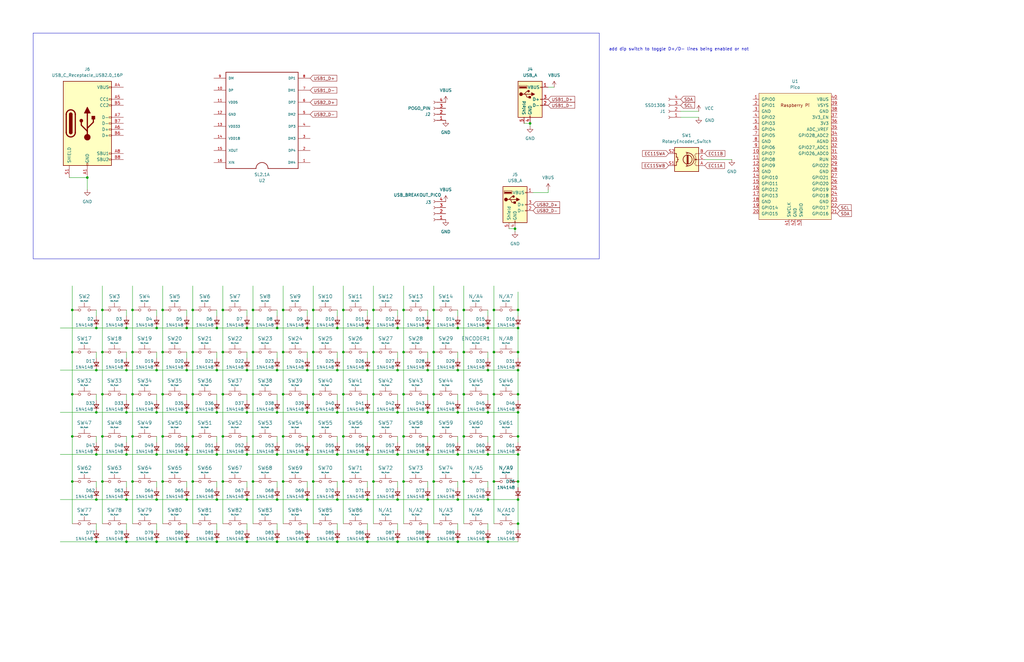
<source format=kicad_sch>
(kicad_sch (version 20250114) (generator "eeschema") (generator_version "9.0")
  (paper "B")
  (rectangle (start 13.97 13.97) (end 252.73 109.22))
  (text "add dip switch to toggle D+/D- lines being enabled or not" (at 286.258 20.828 0) (effects (font (size 1.27 1.27))))
  (junction (at 218.44 210.82))
  (junction (at 218.44 156.21))
  (junction (at 81.28 130.81))
  (junction (at 68.58 130.81))
  (junction (at 68.58 166.37))
  (junction (at 170.18 203.2))
  (junction (at 55.88 148.59))
  (junction (at 142.24 138.43))
  (junction (at 40.64 138.43))
  (junction (at 142.24 191.77))
  (junction (at 142.24 210.82))
  (junction (at 93.98 184.15))
  (junction (at 53.34 156.21))
  (junction (at 93.98 148.59))
  (junction (at 106.68 130.81))
  (junction (at 195.58 184.15))
  (junction (at 217.17 96.52))
  (junction (at 180.34 173.99))
  (junction (at 180.34 228.6))
  (junction (at 78.74 156.21))
  (junction (at 91.44 173.99))
  (junction (at 218.44 138.43))
  (junction (at 157.48 203.2))
  (junction (at 129.54 228.6))
  (junction (at 91.44 191.77))
  (junction (at 55.88 130.81))
  (junction (at 129.54 156.21))
  (junction (at 182.88 203.2))
  (junction (at 205.74 156.21))
  (junction (at 218.44 220.98))
  (junction (at 116.84 191.77))
  (junction (at 55.88 203.2))
  (junction (at 218.44 166.37))
  (junction (at 218.44 148.59))
  (junction (at 208.28 184.15))
  (junction (at 78.74 173.99))
  (junction (at 53.34 191.77))
  (junction (at 93.98 166.37))
  (junction (at 167.64 228.6))
  (junction (at 55.88 184.15))
  (junction (at 157.48 130.81))
  (junction (at 106.68 203.2))
  (junction (at 30.48 203.2))
  (junction (at 205.74 191.77))
  (junction (at 218.44 130.81))
  (junction (at 68.58 184.15))
  (junction (at 144.78 184.15))
  (junction (at 167.64 210.82))
  (junction (at 157.48 166.37))
  (junction (at 144.78 148.59))
  (junction (at 66.04 210.82))
  (junction (at 144.78 203.2))
  (junction (at 180.34 210.82))
  (junction (at 104.14 173.99))
  (junction (at 154.94 173.99))
  (junction (at 81.28 184.15))
  (junction (at 170.18 184.15))
  (junction (at 66.04 173.99))
  (junction (at 53.34 210.82))
  (junction (at 132.08 130.81))
  (junction (at 106.68 166.37))
  (junction (at 30.48 184.15))
  (junction (at 132.08 166.37))
  (junction (at 144.78 130.81))
  (junction (at 36.83 74.93))
  (junction (at 132.08 148.59))
  (junction (at 43.18 203.2))
  (junction (at 132.08 203.2))
  (junction (at 180.34 191.77))
  (junction (at 208.28 166.37))
  (junction (at 30.48 166.37))
  (junction (at 30.48 130.81))
  (junction (at 104.14 138.43))
  (junction (at 66.04 138.43))
  (junction (at 170.18 130.81))
  (junction (at 40.64 156.21))
  (junction (at 154.94 156.21))
  (junction (at 119.38 148.59))
  (junction (at 119.38 166.37))
  (junction (at 142.24 173.99))
  (junction (at 208.28 203.2))
  (junction (at 167.64 191.77))
  (junction (at 208.28 148.59))
  (junction (at 182.88 184.15))
  (junction (at 132.08 184.15))
  (junction (at 205.74 210.82))
  (junction (at 78.74 210.82))
  (junction (at 129.54 210.82))
  (junction (at 142.24 156.21))
  (junction (at 78.74 191.77))
  (junction (at 154.94 210.82))
  (junction (at 81.28 203.2))
  (junction (at 182.88 148.59))
  (junction (at 218.44 184.15))
  (junction (at 218.44 191.77))
  (junction (at 78.74 228.6))
  (junction (at 93.98 130.81))
  (junction (at 53.34 228.6))
  (junction (at 142.24 228.6))
  (junction (at 81.28 166.37))
  (junction (at 167.64 156.21))
  (junction (at 167.64 173.99))
  (junction (at 129.54 138.43))
  (junction (at 205.74 173.99))
  (junction (at 40.64 210.82))
  (junction (at 104.14 191.77))
  (junction (at 91.44 210.82))
  (junction (at 30.48 148.59))
  (junction (at 193.04 156.21))
  (junction (at 193.04 173.99))
  (junction (at 154.94 228.6))
  (junction (at 193.04 191.77))
  (junction (at 81.28 148.59))
  (junction (at 182.88 130.81))
  (junction (at 119.38 130.81))
  (junction (at 66.04 191.77))
  (junction (at 116.84 210.82))
  (junction (at 129.54 191.77))
  (junction (at 106.68 184.15))
  (junction (at 40.64 228.6))
  (junction (at 223.52 52.07))
  (junction (at 104.14 210.82))
  (junction (at 205.74 138.43))
  (junction (at 129.54 173.99))
  (junction (at 119.38 184.15))
  (junction (at 193.04 228.6))
  (junction (at 93.98 203.2))
  (junction (at 218.44 203.2))
  (junction (at 66.04 228.6))
  (junction (at 180.34 138.43))
  (junction (at 43.18 148.59))
  (junction (at 116.84 138.43))
  (junction (at 205.74 228.6))
  (junction (at 182.88 166.37))
  (junction (at 68.58 148.59))
  (junction (at 43.18 130.81))
  (junction (at 40.64 191.77))
  (junction (at 154.94 138.43))
  (junction (at 180.34 156.21))
  (junction (at 170.18 166.37))
  (junction (at 104.14 156.21))
  (junction (at 116.84 156.21))
  (junction (at 167.64 138.43))
  (junction (at 91.44 138.43))
  (junction (at 195.58 148.59))
  (junction (at 195.58 203.2))
  (junction (at 116.84 228.6))
  (junction (at 68.58 203.2))
  (junction (at 78.74 138.43))
  (junction (at 193.04 138.43))
  (junction (at 208.28 130.81))
  (junction (at 43.18 184.15))
  (junction (at 195.58 130.81))
  (junction (at 119.38 203.2))
  (junction (at 43.18 166.37))
  (junction (at 53.34 138.43))
  (junction (at 55.88 166.37))
  (junction (at 106.68 148.59))
  (junction (at 53.34 173.99))
  (junction (at 195.58 166.37))
  (junction (at 66.04 156.21))
  (junction (at 193.04 210.82))
  (junction (at 218.44 173.99))
  (junction (at 91.44 228.6))
  (junction (at 144.78 166.37))
  (junction (at 170.18 148.59))
  (junction (at 91.44 156.21))
  (junction (at 157.48 148.59))
  (junction (at 116.84 173.99))
  (junction (at 154.94 191.77))
  (junction (at 104.14 228.6))
  (junction (at 40.64 173.99))
  (junction (at 157.48 184.15))
  (wire (pts (xy 25.4 173.99) (xy 40.64 173.99)))
  (wire (pts (xy 40.64 191.77) (xy 53.34 191.77)))
  (wire (pts (xy 218.44 123.19) (xy 218.44 130.81)))
  (wire (pts (xy 205.74 156.21) (xy 218.44 156.21)))
  (wire (pts (xy 154.94 210.82) (xy 167.64 210.82)))
  (wire (pts (xy 116.84 184.15) (xy 116.84 186.69)))
  (wire (pts (xy 154.94 173.99) (xy 167.64 173.99)))
  (wire (pts (xy 208.28 184.15) (xy 208.28 203.2)))
  (wire (pts (xy 180.34 203.2) (xy 180.34 205.74)))
  (wire (pts (xy 132.08 120.65) (xy 132.08 130.81)))
  (wire (pts (xy 116.84 148.59) (xy 116.84 151.13)))
  (wire (pts (xy 116.84 220.98) (xy 116.84 223.52)))
  (wire (pts (xy 142.24 191.77) (xy 154.94 191.77)))
  (wire (pts (xy 116.84 210.82) (xy 129.54 210.82)))
  (wire (pts (xy 129.54 184.15) (xy 129.54 186.69)))
  (wire (pts (xy 78.74 156.21) (xy 91.44 156.21)))
  (wire (pts (xy 144.78 184.15) (xy 144.78 203.2)))
  (wire (pts (xy 170.18 166.37) (xy 170.18 184.15)))
  (wire (pts (xy 78.74 203.2) (xy 78.74 205.74)))
  (wire (pts (xy 129.54 130.81) (xy 129.54 133.35)))
  (wire (pts (xy 167.64 220.98) (xy 167.64 223.52)))
  (wire (pts (xy 205.74 130.81) (xy 205.74 133.35)))
  (wire (pts (xy 180.34 156.21) (xy 193.04 156.21)))
  (wire (pts (xy 66.04 138.43) (xy 78.74 138.43)))
  (wire (pts (xy 142.24 148.59) (xy 142.24 151.13)))
  (wire (pts (xy 40.64 184.15) (xy 40.64 186.69)))
  (wire (pts (xy 167.64 210.82) (xy 180.34 210.82)))
  (wire (pts (xy 91.44 210.82) (xy 104.14 210.82)))
  (wire (pts (xy 180.34 148.59) (xy 180.34 151.13)))
  (wire (pts (xy 144.78 166.37) (xy 144.78 184.15)))
  (wire (pts (xy 129.54 148.59) (xy 129.54 151.13)))
  (wire (pts (xy 180.34 166.37) (xy 180.34 168.91)))
  (wire (pts (xy 40.64 148.59) (xy 40.64 151.13)))
  (wire (pts (xy 40.64 228.6) (xy 53.34 228.6)))
  (wire (pts (xy 218.44 156.21) (xy 218.44 166.37)))
  (wire (pts (xy 157.48 130.81) (xy 157.48 148.59)))
  (wire (pts (xy 119.38 203.2) (xy 119.38 220.98)))
  (wire (pts (xy 233.68 36.83) (xy 231.14 36.83)))
  (wire (pts (xy 104.14 220.98) (xy 104.14 223.52)))
  (wire (pts (xy 68.58 166.37) (xy 68.58 184.15)))
  (wire (pts (xy 91.44 228.6) (xy 104.14 228.6)))
  (wire (pts (xy 129.54 210.82) (xy 142.24 210.82)))
  (wire (pts (xy 157.48 166.37) (xy 157.48 184.15)))
  (wire (pts (xy 104.14 130.81) (xy 104.14 133.35)))
  (wire (pts (xy 43.18 130.81) (xy 43.18 148.59)))
  (wire (pts (xy 193.04 173.99) (xy 205.74 173.99)))
  (wire (pts (xy 180.34 210.82) (xy 193.04 210.82)))
  (wire (pts (xy 119.38 120.65) (xy 119.38 130.81)))
  (wire (pts (xy 40.64 138.43) (xy 53.34 138.43)))
  (wire (pts (xy 55.88 166.37) (xy 55.88 184.15)))
  (wire (pts (xy 43.18 184.15) (xy 43.18 203.2)))
  (wire (pts (xy 30.48 130.81) (xy 30.48 148.59)))
  (wire (pts (xy 29.21 74.93) (xy 36.83 74.93)))
  (wire (pts (xy 208.28 130.81) (xy 208.28 148.59)))
  (wire (pts (xy 193.04 228.6) (xy 205.74 228.6)))
  (wire (pts (xy 144.78 203.2) (xy 144.78 220.98)))
  (wire (pts (xy 93.98 120.65) (xy 93.98 130.81)))
  (wire (pts (xy 218.44 130.81) (xy 218.44 133.35)))
  (wire (pts (xy 25.4 228.6) (xy 40.64 228.6)))
  (wire (pts (xy 93.98 166.37) (xy 93.98 184.15)))
  (wire (pts (xy 78.74 138.43) (xy 91.44 138.43)))
  (wire (pts (xy 170.18 203.2) (xy 170.18 220.98)))
  (wire (pts (xy 132.08 166.37) (xy 132.08 184.15)))
  (wire (pts (xy 40.64 203.2) (xy 40.64 205.74)))
  (wire (pts (xy 182.88 120.65) (xy 182.88 130.81)))
  (wire (pts (xy 214.63 96.52) (xy 217.17 96.52)))
  (wire (pts (xy 154.94 220.98) (xy 154.94 223.52)))
  (wire (pts (xy 78.74 220.98) (xy 78.74 223.52)))
  (wire (pts (xy 195.58 203.2) (xy 195.58 220.98)))
  (wire (pts (xy 170.18 148.59) (xy 170.18 166.37)))
  (wire (pts (xy 106.68 130.81) (xy 106.68 148.59)))
  (wire (pts (xy 104.14 191.77) (xy 116.84 191.77)))
  (wire (pts (xy 66.04 184.15) (xy 66.04 186.69)))
  (wire (pts (xy 104.14 138.43) (xy 116.84 138.43)))
  (wire (pts (xy 129.54 228.6) (xy 142.24 228.6)))
  (wire (pts (xy 193.04 166.37) (xy 193.04 168.91)))
  (wire (pts (xy 129.54 220.98) (xy 129.54 223.52)))
  (wire (pts (xy 40.64 156.21) (xy 53.34 156.21)))
  (wire (pts (xy 66.04 210.82) (xy 78.74 210.82)))
  (wire (pts (xy 91.44 184.15) (xy 91.44 186.69)))
  (wire (pts (xy 182.88 130.81) (xy 182.88 148.59)))
  (wire (pts (xy 193.04 184.15) (xy 193.04 186.69)))
  (wire (pts (xy 205.74 173.99) (xy 218.44 173.99)))
  (wire (pts (xy 116.84 138.43) (xy 129.54 138.43)))
  (wire (pts (xy 40.64 173.99) (xy 53.34 173.99)))
  (wire (pts (xy 55.88 184.15) (xy 55.88 203.2)))
  (wire (pts (xy 205.74 138.43) (xy 218.44 138.43)))
  (wire (pts (xy 66.04 166.37) (xy 66.04 168.91)))
  (wire (pts (xy 55.88 148.59) (xy 55.88 166.37)))
  (wire (pts (xy 78.74 210.82) (xy 91.44 210.82)))
  (wire (pts (xy 167.64 184.15) (xy 167.64 186.69)))
  (wire (pts (xy 68.58 184.15) (xy 68.58 203.2)))
  (wire (pts (xy 25.4 156.21) (xy 40.64 156.21)))
  (wire (pts (xy 167.64 166.37) (xy 167.64 168.91)))
  (wire (pts (xy 170.18 184.15) (xy 170.18 203.2)))
  (wire (pts (xy 93.98 148.59) (xy 93.98 166.37)))
  (wire (pts (xy 142.24 173.99) (xy 154.94 173.99)))
  (wire (pts (xy 154.94 184.15) (xy 154.94 186.69)))
  (wire (pts (xy 195.58 184.15) (xy 195.58 203.2)))
  (wire (pts (xy 78.74 166.37) (xy 78.74 168.91)))
  (wire (pts (xy 119.38 148.59) (xy 119.38 166.37)))
  (wire (pts (xy 66.04 156.21) (xy 78.74 156.21)))
  (wire (pts (xy 66.04 228.6) (xy 78.74 228.6)))
  (wire (pts (xy 180.34 138.43) (xy 193.04 138.43)))
  (wire (pts (xy 66.04 220.98) (xy 66.04 223.52)))
  (wire (pts (xy 193.04 130.81) (xy 193.04 133.35)))
  (wire (pts (xy 43.18 148.59) (xy 43.18 166.37)))
  (wire (pts (xy 104.14 166.37) (xy 104.14 168.91)))
  (wire (pts (xy 218.44 191.77) (xy 218.44 203.2)))
  (wire (pts (xy 68.58 120.65) (xy 68.58 130.81)))
  (wire (pts (xy 167.64 173.99) (xy 180.34 173.99)))
  (wire (pts (xy 167.64 203.2) (xy 167.64 205.74)))
  (wire (pts (xy 91.44 191.77) (xy 104.14 191.77)))
  (wire (pts (xy 180.34 191.77) (xy 193.04 191.77)))
  (wire (pts (xy 195.58 130.81) (xy 195.58 148.59)))
  (wire (pts (xy 93.98 130.81) (xy 93.98 148.59)))
  (wire (pts (xy 116.84 203.2) (xy 116.84 205.74)))
  (wire (pts (xy 104.14 156.21) (xy 116.84 156.21)))
  (wire (pts (xy 53.34 138.43) (xy 66.04 138.43)))
  (wire (pts (xy 104.14 148.59) (xy 104.14 151.13)))
  (wire (pts (xy 193.04 191.77) (xy 205.74 191.77)))
  (wire (pts (xy 119.38 130.81) (xy 119.38 148.59)))
  (wire (pts (xy 154.94 130.81) (xy 154.94 133.35)))
  (wire (pts (xy 218.44 220.98) (xy 218.44 223.52)))
  (wire (pts (xy 116.84 156.21) (xy 129.54 156.21)))
  (wire (pts (xy 106.68 184.15) (xy 106.68 203.2)))
  (wire (pts (xy 53.34 166.37) (xy 53.34 168.91)))
  (wire (pts (xy 78.74 228.6) (xy 91.44 228.6)))
  (wire (pts (xy 142.24 138.43) (xy 154.94 138.43)))
  (wire (pts (xy 68.58 203.2) (xy 68.58 220.98)))
  (wire (pts (xy 43.18 120.65) (xy 43.18 130.81)))
  (wire (pts (xy 195.58 148.59) (xy 195.58 166.37)))
  (wire (pts (xy 91.44 138.43) (xy 104.14 138.43)))
  (wire (pts (xy 68.58 148.59) (xy 68.58 166.37)))
  (wire (pts (xy 217.17 96.52) (xy 217.17 97.79)))
  (wire (pts (xy 55.88 130.81) (xy 55.88 148.59)))
  (wire (pts (xy 142.24 220.98) (xy 142.24 223.52)))
  (wire (pts (xy 66.04 130.81) (xy 66.04 133.35)))
  (wire (pts (xy 129.54 173.99) (xy 142.24 173.99)))
  (wire (pts (xy 129.54 191.77) (xy 142.24 191.77)))
  (wire (pts (xy 220.98 52.07) (xy 223.52 52.07)))
  (wire (pts (xy 223.52 52.07) (xy 223.52 53.34)))
  (wire (pts (xy 91.44 130.81) (xy 91.44 133.35)))
  (wire (pts (xy 40.64 220.98) (xy 40.64 223.52)))
  (wire (pts (xy 78.74 191.77) (xy 91.44 191.77)))
  (wire (pts (xy 144.78 148.59) (xy 144.78 166.37)))
  (wire (pts (xy 104.14 203.2) (xy 104.14 205.74)))
  (wire (pts (xy 218.44 173.99) (xy 218.44 184.15)))
  (wire (pts (xy 208.28 166.37) (xy 208.28 184.15)))
  (wire (pts (xy 142.24 184.15) (xy 142.24 186.69)))
  (wire (pts (xy 36.83 74.93) (xy 36.83 80.01)))
  (wire (pts (xy 91.44 220.98) (xy 91.44 223.52)))
  (wire (pts (xy 53.34 220.98) (xy 53.34 223.52)))
  (wire (pts (xy 91.44 203.2) (xy 91.44 205.74)))
  (wire (pts (xy 81.28 148.59) (xy 81.28 166.37)))
  (wire (pts (xy 91.44 173.99) (xy 104.14 173.99)))
  (wire (pts (xy 180.34 228.6) (xy 193.04 228.6)))
  (wire (pts (xy 218.44 184.15) (xy 218.44 186.69)))
  (wire (pts (xy 205.74 184.15) (xy 205.74 186.69)))
  (wire (pts (xy 167.64 130.81) (xy 167.64 133.35)))
  (wire (pts (xy 182.88 148.59) (xy 182.88 166.37)))
  (wire (pts (xy 66.04 148.59) (xy 66.04 151.13)))
  (wire (pts (xy 224.79 81.28) (xy 231.14 81.28)))
  (wire (pts (xy 154.94 228.6) (xy 167.64 228.6)))
  (wire (pts (xy 142.24 130.81) (xy 142.24 133.35)))
  (wire (pts (xy 208.28 120.65) (xy 208.28 130.81)))
  (wire (pts (xy 116.84 130.81) (xy 116.84 133.35)))
  (wire (pts (xy 53.34 191.77) (xy 66.04 191.77)))
  (wire (pts (xy 195.58 120.65) (xy 195.58 130.81)))
  (wire (pts (xy 132.08 203.2) (xy 132.08 220.98)))
  (wire (pts (xy 132.08 130.81) (xy 132.08 148.59)))
  (wire (pts (xy 182.88 166.37) (xy 182.88 184.15)))
  (wire (pts (xy 116.84 191.77) (xy 129.54 191.77)))
  (wire (pts (xy 66.04 191.77) (xy 78.74 191.77)))
  (wire (pts (xy 218.44 203.2) (xy 218.44 205.74)))
  (wire (pts (xy 25.4 210.82) (xy 40.64 210.82)))
  (wire (pts (xy 193.04 148.59) (xy 193.04 151.13)))
  (wire (pts (xy 144.78 120.65) (xy 144.78 130.81)))
  (wire (pts (xy 154.94 156.21) (xy 167.64 156.21)))
  (wire (pts (xy 106.68 166.37) (xy 106.68 184.15)))
  (wire (pts (xy 218.44 148.59) (xy 218.44 151.13)))
  (wire (pts (xy 53.34 156.21) (xy 66.04 156.21)))
  (wire (pts (xy 53.34 173.99) (xy 66.04 173.99)))
  (wire (pts (xy 81.28 166.37) (xy 81.28 184.15)))
  (wire (pts (xy 40.64 130.81) (xy 40.64 133.35)))
  (wire (pts (xy 297.18 67.31) (xy 308.61 67.31)))
  (wire (pts (xy 218.44 166.37) (xy 218.44 168.91)))
  (wire (pts (xy 93.98 203.2) (xy 93.98 220.98)))
  (wire (pts (xy 193.04 203.2) (xy 193.04 205.74)))
  (wire (pts (xy 53.34 184.15) (xy 53.34 186.69)))
  (wire (pts (xy 104.14 173.99) (xy 116.84 173.99)))
  (wire (pts (xy 182.88 184.15) (xy 182.88 203.2)))
  (wire (pts (xy 104.14 210.82) (xy 116.84 210.82)))
  (wire (pts (xy 157.48 148.59) (xy 157.48 166.37)))
  (wire (pts (xy 205.74 210.82) (xy 218.44 210.82)))
  (wire (pts (xy 40.64 210.82) (xy 53.34 210.82)))
  (wire (pts (xy 205.74 166.37) (xy 205.74 168.91)))
  (wire (pts (xy 91.44 148.59) (xy 91.44 151.13)))
  (wire (pts (xy 170.18 130.81) (xy 170.18 148.59)))
  (wire (pts (xy 53.34 228.6) (xy 66.04 228.6)))
  (wire (pts (xy 119.38 184.15) (xy 119.38 203.2)))
  (wire (pts (xy 30.48 184.15) (xy 30.48 203.2)))
  (wire (pts (xy 195.58 166.37) (xy 195.58 184.15)))
  (wire (pts (xy 170.18 120.65) (xy 170.18 130.81)))
  (wire (pts (xy 129.54 203.2) (xy 129.54 205.74)))
  (wire (pts (xy 30.48 203.2) (xy 30.48 220.98)))
  (wire (pts (xy 78.74 173.99) (xy 91.44 173.99)))
  (wire (pts (xy 132.08 184.15) (xy 132.08 203.2)))
  (wire (pts (xy 142.24 203.2) (xy 142.24 205.74)))
  (wire (pts (xy 142.24 228.6) (xy 154.94 228.6)))
  (wire (pts (xy 81.28 184.15) (xy 81.28 203.2)))
  (wire (pts (xy 43.18 203.2) (xy 43.18 220.98)))
  (wire (pts (xy 142.24 166.37) (xy 142.24 168.91)))
  (wire (pts (xy 78.74 148.59) (xy 78.74 151.13)))
  (wire (pts (xy 157.48 203.2) (xy 157.48 220.98)))
  (wire (pts (xy 157.48 184.15) (xy 157.48 203.2)))
  (wire (pts (xy 30.48 148.59) (xy 30.48 166.37)))
  (wire (pts (xy 294.64 49.53) (xy 287.02 49.53)))
  (wire (pts (xy 167.64 148.59) (xy 167.64 151.13)))
  (wire (pts (xy 129.54 138.43) (xy 142.24 138.43)))
  (wire (pts (xy 66.04 173.99) (xy 78.74 173.99)))
  (wire (pts (xy 40.64 166.37) (xy 40.64 168.91)))
  (wire (pts (xy 25.4 191.77) (xy 40.64 191.77)))
  (wire (pts (xy 81.28 203.2) (xy 81.28 220.98)))
  (wire (pts (xy 180.34 220.98) (xy 180.34 223.52)))
  (wire (pts (xy 68.58 130.81) (xy 68.58 148.59)))
  (wire (pts (xy 91.44 166.37) (xy 91.44 168.91)))
  (wire (pts (xy 43.18 166.37) (xy 43.18 184.15)))
  (wire (pts (xy 154.94 203.2) (xy 154.94 205.74)))
  (wire (pts (xy 193.04 156.21) (xy 205.74 156.21)))
  (wire (pts (xy 180.34 184.15) (xy 180.34 186.69)))
  (wire (pts (xy 116.84 228.6) (xy 129.54 228.6)))
  (wire (pts (xy 104.14 228.6) (xy 116.84 228.6)))
  (wire (pts (xy 129.54 166.37) (xy 129.54 168.91)))
  (wire (pts (xy 294.64 46.99) (xy 287.02 46.99)))
  (wire (pts (xy 193.04 138.43) (xy 205.74 138.43)))
  (wire (pts (xy 78.74 130.81) (xy 78.74 133.35)))
  (wire (pts (xy 132.08 148.59) (xy 132.08 166.37)))
  (wire (pts (xy 157.48 120.65) (xy 157.48 130.81)))
  (wire (pts (xy 53.34 148.59) (xy 53.34 151.13)))
  (wire (pts (xy 218.44 210.82) (xy 218.44 220.98)))
  (wire (pts (xy 154.94 166.37) (xy 154.94 168.91)))
  (wire (pts (xy 180.34 173.99) (xy 193.04 173.99)))
  (wire (pts (xy 154.94 148.59) (xy 154.94 151.13)))
  (wire (pts (xy 180.34 130.81) (xy 180.34 133.35)))
  (wire (pts (xy 182.88 203.2) (xy 182.88 220.98)))
  (wire (pts (xy 193.04 220.98) (xy 193.04 223.52)))
  (wire (pts (xy 205.74 220.98) (xy 205.74 223.52)))
  (wire (pts (xy 106.68 148.59) (xy 106.68 166.37)))
  (wire (pts (xy 53.34 130.81) (xy 53.34 133.35)))
  (wire (pts (xy 144.78 130.81) (xy 144.78 148.59)))
  (wire (pts (xy 81.28 120.65) (xy 81.28 130.81)))
  (wire (pts (xy 208.28 203.2) (xy 208.28 220.98)))
  (wire (pts (xy 106.68 203.2) (xy 106.68 220.98)))
  (wire (pts (xy 167.64 228.6) (xy 180.34 228.6)))
  (wire (pts (xy 116.84 166.37) (xy 116.84 168.91)))
  (wire (pts (xy 142.24 156.21) (xy 154.94 156.21)))
  (wire (pts (xy 116.84 173.99) (xy 129.54 173.99)))
  (wire (pts (xy 119.38 166.37) (xy 119.38 184.15)))
  (wire (pts (xy 154.94 138.43) (xy 167.64 138.43)))
  (wire (pts (xy 129.54 156.21) (xy 142.24 156.21)))
  (wire (pts (xy 231.14 81.28) (xy 231.14 80.01)))
  (wire (pts (xy 30.48 166.37) (xy 30.48 184.15)))
  (wire (pts (xy 55.88 203.2) (xy 55.88 220.98)))
  (wire (pts (xy 142.24 210.82) (xy 154.94 210.82)))
  (wire (pts (xy 91.44 156.21) (xy 104.14 156.21)))
  (wire (pts (xy 106.68 120.65) (xy 106.68 130.81)))
  (wire (pts (xy 30.48 130.81) (xy 30.48 120.65)))
  (wire (pts (xy 78.74 184.15) (xy 78.74 186.69)))
  (wire (pts (xy 154.94 191.77) (xy 167.64 191.77)))
  (wire (pts (xy 25.4 138.43) (xy 40.64 138.43)))
  (wire (pts (xy 218.44 138.43) (xy 218.44 148.59)))
  (wire (pts (xy 205.74 191.77) (xy 218.44 191.77)))
  (wire (pts (xy 93.98 184.15) (xy 93.98 203.2)))
  (wire (pts (xy 66.04 203.2) (xy 66.04 205.74)))
  (wire (pts (xy 53.34 203.2) (xy 53.34 205.74)))
  (wire (pts (xy 167.64 138.43) (xy 180.34 138.43)))
  (wire (pts (xy 193.04 210.82) (xy 205.74 210.82)))
  (wire (pts (xy 104.14 184.15) (xy 104.14 186.69)))
  (wire (pts (xy 55.88 120.65) (xy 55.88 130.81)))
  (wire (pts (xy 205.74 203.2) (xy 205.74 205.74)))
  (wire (pts (xy 167.64 191.77) (xy 180.34 191.77)))
  (wire (pts (xy 53.34 210.82) (xy 66.04 210.82)))
  (wire (pts (xy 81.28 130.81) (xy 81.28 148.59)))
  (wire (pts (xy 205.74 148.59) (xy 205.74 151.13)))
  (wire (pts (xy 205.74 228.6) (xy 218.44 228.6)))
  (wire (pts (xy 208.28 148.59) (xy 208.28 166.37)))
  (wire (pts (xy 167.64 156.21) (xy 180.34 156.21)))
  (global_label "SCL" (shape input) (at 353.06 87.63 0) (property "Intersheetrefs" "${INTERSHEET_REFS}" (effects (hide yes))))
  (global_label "USB2_D+" (shape input) (at 130.81 43.18 0) (property "Intersheetrefs" "${INTERSHEET_REFS}" (effects (hide yes))))
  (global_label "USB2_D-" (shape input) (at 224.79 88.9 0) (property "Intersheetrefs" "${INTERSHEET_REFS}" (effects (hide yes))))
  (global_label "EC11B" (shape input) (at 297.18 64.77 0) (property "Intersheetrefs" "${INTERSHEET_REFS}" (effects (hide yes))))
  (global_label "USB1_D-" (shape input) (at 231.14 44.45 0) (property "Intersheetrefs" "${INTERSHEET_REFS}" (effects (hide yes))))
  (global_label "EC11SWA" (shape input) (at 281.94 64.77 180) (property "Intersheetrefs" "${INTERSHEET_REFS}" (effects (hide yes))))
  (global_label "USB1_D-" (shape input) (at 130.81 38.1 0) (property "Intersheetrefs" "${INTERSHEET_REFS}" (effects (hide yes))))
  (global_label "SDA" (shape input) (at 287.02 41.91 0) (property "Intersheetrefs" "${INTERSHEET_REFS}" (effects (hide yes))))
  (global_label "USB1_D+" (shape input) (at 231.14 41.91 0) (property "Intersheetrefs" "${INTERSHEET_REFS}" (effects (hide yes))))
  (global_label "USB2_D-" (shape input) (at 130.81 48.26 0) (property "Intersheetrefs" "${INTERSHEET_REFS}" (effects (hide yes))))
  (global_label "USB2_D+" (shape input) (at 224.79 86.36 0) (property "Intersheetrefs" "${INTERSHEET_REFS}" (effects (hide yes))))
  (global_label "SCL" (shape input) (at 287.02 44.45 0) (property "Intersheetrefs" "${INTERSHEET_REFS}" (effects (hide yes))))
  (global_label "EC11SWB" (shape input) (at 281.94 69.85 180) (property "Intersheetrefs" "${INTERSHEET_REFS}" (effects (hide yes))))
  (global_label "SDA" (shape input) (at 353.06 90.17 0) (property "Intersheetrefs" "${INTERSHEET_REFS}" (effects (hide yes))))
  (global_label "EC11A" (shape input) (at 297.18 69.85 0) (property "Intersheetrefs" "${INTERSHEET_REFS}" (effects (hide yes))))
  (global_label "USB1_D+" (shape input) (at 130.81 33.02 0) (property "Intersheetrefs" "${INTERSHEET_REFS}" (effects (hide yes))))
  (symbol (lib_id "Device:D_Small") (at 167.64 226.06 90) (unit 1)
    (property "Reference" "D87" (at 164.465 224.79 90))
    (property "Value" "1N4148" (at 162.56 227.33 90))
    (property "Footprint" "Diode_THT:D_DO-35_SOD27_P7.62mm_Horizontal" (effects (hide yes)))
  )
  (symbol (lib_id "Switch:SW_Push") (at 187.96 148.59 0) (unit 1)
    (property "Reference" "SW29" (at 187.96 142.875 0) (effects (font (size 1.524 1.524))))
    (property "Value" "SW_Push" (at 187.96 144.78 0) (effects (font (size 0.508 0.508))))
    (property "Footprint" "MX_Hotswap:MX-Hotswap-1U" (effects (hide yes)))
  )
  (symbol (lib_id "Switch:SW_Push") (at 124.46 184.15 0) (unit 1)
    (property "Reference" "SW54" (at 124.46 178.435 0) (effects (font (size 1.524 1.524))))
    (property "Value" "SW_Push" (at 124.46 180.34 0) (effects (font (size 0.508 0.508))))
    (property "Footprint" "MX_Hotswap:MX-Hotswap-1U" (effects (hide yes)))
  )
  (symbol (lib_id "Switch:SW_Push") (at 137.16 220.98 0) (unit 1)
    (property "Reference" "SW85" (at 137.16 215.265 0) (effects (font (size 1.524 1.524))))
    (property "Value" "SW_Push" (at 137.16 217.17 0) (effects (font (size 0.508 0.508))))
    (property "Footprint" "MX_Hotswap:MX-Hotswap-1U" (effects (hide yes)))
  )
  (symbol (lib_id "Device:D_Small") (at 66.04 153.67 90) (unit 1)
    (property "Reference" "D19" (at 62.865 152.4 90))
    (property "Value" "1N4148" (at 60.96 154.94 90))
    (property "Footprint" "Diode_THT:D_DO-35_SOD27_P7.62mm_Horizontal" (effects (hide yes)))
  )
  (symbol (lib_id "Device:D_Small") (at 116.84 171.45 90) (unit 1)
    (property "Reference" "D38" (at 113.665 170.18 90))
    (property "Value" "1N4148" (at 111.76 172.72 90))
    (property "Footprint" "Diode_THT:D_DO-35_SOD27_P7.62mm_Horizontal" (effects (hide yes)))
  )
  (symbol (lib_id "Device:D_Small") (at 129.54 208.28 90) (unit 1)
    (property "Reference" "D69" (at 126.365 207.01 90))
    (property "Value" "1N4148" (at 124.46 209.55 90))
    (property "Footprint" "Diode_THT:D_DO-35_SOD27_P7.62mm_Horizontal" (effects (hide yes)))
  )
  (symbol (lib_id "Switch:SW_Push") (at 35.56 166.37 0) (mirror y) (unit 1)
    (property "Reference" "SW32" (at 35.56 160.655 0) (effects (font (size 1.524 1.524))))
    (property "Value" "SW_Push" (at 35.56 162.56 0) (effects (font (size 0.508 0.508))))
    (property "Footprint" "MX_Hotswap:MX-Hotswap-1U" (effects (hide yes)))
  )
  (symbol (lib_id "Connector:Conn_01x04_Socket") (at 182.88 90.17 180) (unit 1)
    (property "Reference" "J3" (at 180.594 85.344 0))
    (property "Value" "USB_BREAKOUT_PICO" (at 176.022 82.296 0))
    (property "Footprint" "Connector_PinHeader_2.54mm:PinHeader_1x04_P2.54mm_Horizontal" (effects (hide yes)))
    (property "Description" "Generic connector, single row, 01x04, script generated" (effects (hide yes)))
  )
  (symbol (lib_id "Switch:SW_Push") (at 60.96 148.59 0) (mirror y) (unit 1)
    (property "Reference" "SW19" (at 60.96 142.875 0) (effects (font (size 1.524 1.524))))
    (property "Value" "SW_Push" (at 60.96 144.78 0) (effects (font (size 0.508 0.508))))
    (property "Footprint" "MX_Hotswap:MX-Hotswap-1U" (effects (hide yes)))
  )
  (symbol (lib_id "Switch:SW_Push") (at 175.26 184.15 0) (unit 1)
    (property "Reference" "SW58" (at 175.26 178.435 0) (effects (font (size 1.524 1.524))))
    (property "Value" "SW_Push" (at 175.26 180.34 0) (effects (font (size 0.508 0.508))))
    (property "Footprint" "MX_Hotswap:MX-Hotswap-1U" (effects (hide yes)))
  )
  (symbol (lib_id "Switch:SW_Push") (at 48.26 130.81 0) (mirror y) (unit 1)
    (property "Reference" "SW3" (at 48.26 125.095 0) (effects (font (size 1.524 1.524))))
    (property "Value" "SW_Push" (at 48.26 127 0) (effects (font (size 0.508 0.508))))
    (property "Footprint" "MX_Hotswap:MX-Hotswap-1U" (effects (hide yes)))
  )
  (symbol (lib_id "Device:D_Small") (at 142.24 153.67 90) (unit 1)
    (property "Reference" "D25" (at 139.065 152.4 90))
    (property "Value" "1N4148" (at 137.16 154.94 90))
    (property "Footprint" "Diode_THT:D_DO-35_SOD27_P7.62mm_Horizontal" (effects (hide yes)))
  )
  (symbol (lib_id "Device:D_Small") (at 91.44 226.06 90) (unit 1)
    (property "Reference" "D81" (at 88.265 224.79 90))
    (property "Value" "1N4148" (at 86.36 227.33 90))
    (property "Footprint" "Diode_THT:D_DO-35_SOD27_P7.62mm_Horizontal" (effects (hide yes)))
  )
  (symbol (lib_id "Device:D_Small") (at 40.64 208.28 90) (unit 1)
    (property "Reference" "D62" (at 38.1 207.01 90))
    (property "Value" "1N4148" (at 35.56 209.55 90))
    (property "Footprint" "Diode_THT:D_DO-35_SOD27_P7.62mm_Horizontal" (effects (hide yes)))
  )
  (symbol (lib_id "Switch:SW_Push") (at 99.06 203.2 0) (mirror y) (unit 1)
    (property "Reference" "SW67" (at 99.06 197.485 0) (effects (font (size 1.524 1.524))))
    (property "Value" "SW_Push" (at 99.06 199.39 0) (effects (font (size 0.508 0.508))))
    (property "Footprint" "MX_Hotswap:MX-Hotswap-1U" (effects (hide yes)))
  )
  (symbol (lib_id "Switch:SW_Push") (at 162.56 220.98 0) (unit 1)
    (property "Reference" "N/A1" (at 162.56 215.265 0) (effects (font (size 1.524 1.524))))
    (property "Value" "SW_Push" (at 162.56 217.17 0) (effects (font (size 0.508 0.508))))
    (property "Footprint" "MX_Hotswap:MX-Hotswap-1U" (effects (hide yes)))
  )
  (symbol (lib_id "Switch:SW_Push") (at 99.06 148.59 0) (mirror y) (unit 1)
    (property "Reference" "SW22" (at 99.06 142.875 0) (effects (font (size 1.524 1.524))))
    (property "Value" "SW_Push" (at 99.06 144.78 0) (effects (font (size 0.508 0.508))))
    (property "Footprint" "MX_Hotswap:MX-Hotswap-1U" (effects (hide yes)))
  )
  (symbol (lib_id "Device:D_Small") (at 193.04 135.89 90) (unit 1)
    (property "Reference" "D14" (at 189.865 134.62 90))
    (property "Value" "1N4148" (at 187.96 137.16 90))
    (property "Footprint" "Diode_THT:D_DO-35_SOD27_P7.62mm_Horizontal" (effects (hide yes)))
  )
  (symbol (lib_id "Device:D_Small") (at 40.64 135.89 90) (unit 1)
    (property "Reference" "D2" (at 38.1 134.62 90))
    (property "Value" "1N4148" (at 35.56 137.16 90))
    (property "Footprint" "Diode_THT:D_DO-35_SOD27_P7.62mm_Horizontal" (effects (hide yes)))
  )
  (symbol (lib_id "Device:D_Small") (at 205.74 189.23 90) (unit 1)
    (property "Reference" "D60" (at 202.565 187.96 90))
    (property "Value" "1N4148" (at 200.66 190.5 90))
    (property "Footprint" "Diode_THT:D_DO-35_SOD27_P7.62mm_Horizontal" (effects (hide yes)))
  )
  (symbol (lib_id "Device:D_Small") (at 154.94 208.28 90) (unit 1)
    (property "Reference" "D71" (at 151.765 207.01 90))
    (property "Value" "1N4148" (at 149.86 209.55 90))
    (property "Footprint" "Diode_THT:D_DO-35_SOD27_P7.62mm_Horizontal" (effects (hide yes)))
  )
  (symbol (lib_id "Switch:SW_Push") (at 137.16 130.81 0) (unit 1)
    (property "Reference" "SW10" (at 137.16 125.095 0) (effects (font (size 1.524 1.524))))
    (property "Value" "SW_Push" (at 137.16 127 0) (effects (font (size 0.508 0.508))))
    (property "Footprint" "MX_Hotswap:MX-Hotswap-1U" (effects (hide yes)))
  )
  (symbol (lib_id "Device:D_Small") (at 53.34 226.06 90) (unit 1)
    (property "Reference" "D78" (at 50.165 224.79 90))
    (property "Value" "1N4148" (at 48.26 227.33 90))
    (property "Footprint" "Diode_THT:D_DO-35_SOD27_P7.62mm_Horizontal" (effects (hide yes)))
  )
  (symbol (lib_id "Switch:SW_Push") (at 213.36 184.15 0) (unit 1)
    (property "Reference" "SW61" (at 213.36 178.435 0) (effects (font (size 1.524 1.524))))
    (property "Value" "SW_Push" (at 213.36 180.34 0) (effects (font (size 0.508 0.508))))
    (property "Footprint" "MX_Hotswap:MX-Hotswap-2U" (effects (hide yes)))
  )
  (symbol (lib_id "Device:D_Small") (at 53.34 171.45 90) (unit 1)
    (property "Reference" "D33" (at 50.165 170.18 90))
    (property "Value" "1N4148" (at 48.26 172.72 90))
    (property "Footprint" "Diode_THT:D_DO-35_SOD27_P7.62mm_Horizontal" (effects (hide yes)))
  )
  (symbol (lib_id "Device:D_Small") (at 53.34 153.67 90) (unit 1)
    (property "Reference" "D18" (at 50.165 152.4 90))
    (property "Value" "1N4148" (at 48.26 154.94 90))
    (property "Footprint" "Diode_THT:D_DO-35_SOD27_P7.62mm_Horizontal" (effects (hide yes)))
  )
  (symbol (lib_id "Switch:SW_Push") (at 60.96 130.81 0) (mirror y) (unit 1)
    (property "Reference" "SW4" (at 60.96 125.095 0) (effects (font (size 1.524 1.524))))
    (property "Value" "SW_Push" (at 60.96 127 0) (effects (font (size 0.508 0.508))))
    (property "Footprint" "MX_Hotswap:MX-Hotswap-1U" (effects (hide yes)))
  )
  (symbol (lib_id "Switch:SW_Push") (at 149.86 184.15 0) (unit 1)
    (property "Reference" "SW56" (at 149.86 178.435 0) (effects (font (size 1.524 1.524))))
    (property "Value" "SW_Push" (at 149.86 180.34 0) (effects (font (size 0.508 0.508))))
    (property "Footprint" "MX_Hotswap:MX-Hotswap-1U" (effects (hide yes)))
  )
  (symbol (lib_id "Switch:SW_Push") (at 137.16 166.37 0) (unit 1)
    (property "Reference" "SW40" (at 137.16 160.655 0) (effects (font (size 1.524 1.524))))
    (property "Value" "SW_Push" (at 137.16 162.56 0) (effects (font (size 0.508 0.508))))
    (property "Footprint" "MX_Hotswap:MX-Hotswap-1U" (effects (hide yes)))
  )
  (symbol (lib_id "Device:D_Small") (at 205.74 171.45 90) (unit 1)
    (property "Reference" "D45" (at 202.565 170.18 90))
    (property "Value" "1N4148" (at 200.66 172.72 90))
    (property "Footprint" "Diode_THT:D_DO-35_SOD27_P7.62mm_Horizontal" (effects (hide yes)))
  )
  (symbol (lib_id "Switch:SW_Push") (at 35.56 148.59 0) (mirror y) (unit 1)
    (property "Reference" "SW17" (at 35.56 142.875 0) (effects (font (size 1.524 1.524))))
    (property "Value" "SW_Push" (at 35.56 144.78 0) (effects (font (size 0.508 0.508))))
    (property "Footprint" "MX_Hotswap:MX-Hotswap-1U" (effects (hide yes)))
  )
  (symbol (lib_id "Device:D_Small") (at 142.24 189.23 90) (unit 1)
    (property "Reference" "D55" (at 139.065 187.96 90))
    (property "Value" "1N4148" (at 137.16 190.5 90))
    (property "Footprint" "Diode_THT:D_DO-35_SOD27_P7.62mm_Horizontal" (effects (hide yes)))
  )
  (symbol (lib_id "Connector:USB_C_Receptacle_USB2.0_16P") (at 36.83 52.07 0) (unit 1)
    (property "Reference" "J6" (at 36.83 29.21 0))
    (property "Value" "USB_C_Receptacle_USB2.0_16P" (at 36.83 31.75 0))
    (property "Datasheet" "https://www.usb.org/sites/default/files/documents/usb_type-c.zip" (effects (hide yes)))
    (property "Description" "USB 2.0-only 16P Type-C Receptacle connector" (effects (hide yes)))
  )
  (symbol (lib_id "Device:D_Small") (at 142.24 135.89 90) (unit 1)
    (property "Reference" "D10" (at 139.065 134.62 90))
    (property "Value" "1N4148" (at 137.16 137.16 90))
    (property "Footprint" "Diode_THT:D_DO-35_SOD27_P7.62mm_Horizontal" (effects (hide yes)))
  )
  (symbol (lib_id "power:GND") (at 308.61 67.31 0) (unit 1)
    (property "Reference" "#PWR012" (effects (hide yes)))
    (property "Value" "GND" (at 308.61 72.39 0))
    (property "Description" "Power symbol creates a global label with name \"GND\" , ground" (effects (hide yes)))
  )
  (symbol (lib_id "Device:D_Small") (at 53.34 208.28 90) (unit 1)
    (property "Reference" "D63" (at 50.165 207.01 90))
    (property "Value" "1N4148" (at 48.26 209.55 90))
    (property "Footprint" "Diode_THT:D_DO-35_SOD27_P7.62mm_Horizontal" (effects (hide yes)))
  )
  (symbol (lib_id "Switch:SW_Push") (at 187.96 130.81 0) (unit 1)
    (property "Reference" "SW14" (at 187.96 125.095 0) (effects (font (size 1.524 1.524))))
    (property "Value" "SW_Push" (at 187.96 127 0) (effects (font (size 0.508 0.508))))
    (property "Footprint" "MX_Hotswap:MX-Hotswap-1U" (effects (hide yes)))
  )
  (symbol (lib_id "Device:D_Small") (at 193.04 226.06 90) (unit 1)
    (property "Reference" "D89" (at 189.865 224.79 90))
    (property "Value" "1N4148" (at 187.96 227.33 90))
    (property "Footprint" "Diode_THT:D_DO-35_SOD27_P7.62mm_Horizontal" (effects (hide yes)))
  )
  (symbol (lib_id "Device:D_Small") (at 129.54 171.45 90) (unit 1)
    (property "Reference" "D39" (at 126.365 170.18 90))
    (property "Value" "1N4148" (at 124.46 172.72 90))
    (property "Footprint" "Diode_THT:D_DO-35_SOD27_P7.62mm_Horizontal" (effects (hide yes)))
  )
  (symbol (lib_id "Switch:SW_Push") (at 162.56 203.2 0) (unit 1)
    (property "Reference" "SW72" (at 162.56 197.485 0) (effects (font (size 1.524 1.524))))
    (property "Value" "SW_Push" (at 162.56 199.39 0) (effects (font (size 0.508 0.508))))
    (property "Footprint" "MX_Hotswap:MX-Hotswap-1U" (effects (hide yes)))
  )
  (symbol (lib_id "Device:D_Small") (at 193.04 208.28 90) (unit 1)
    (property "Reference" "D74" (at 189.865 207.01 90))
    (property "Value" "1N4148" (at 187.96 209.55 90))
    (property "Footprint" "Diode_THT:D_DO-35_SOD27_P7.62mm_Horizontal" (effects (hide yes)))
  )
  (symbol (lib_id "Switch:SW_Push") (at 73.66 220.98 0) (mirror y) (unit 1)
    (property "Reference" "SW80" (at 73.66 215.265 0) (effects (font (size 1.524 1.524))))
    (property "Value" "SW_Push" (at 73.66 217.17 0) (effects (font (size 0.508 0.508))))
    (property "Footprint" "MX_Hotswap:MX-Hotswap-1U" (effects (hide yes)))
  )
  (symbol (lib_id "Switch:SW_Push") (at 200.66 220.98 0) (unit 1)
    (property "Reference" "N/A6" (at 200.66 215.265 0) (effects (font (size 1.524 1.524))))
    (property "Value" "SW_Push" (at 200.66 217.17 0) (effects (font (size 0.508 0.508))))
    (property "Footprint" "MX_Hotswap:MX-Hotswap-1U" (effects (hide yes)))
  )
  (symbol (lib_id "power:VCC") (at 294.64 46.99 0) (unit 1)
    (property "Reference" "#PWR04" (effects (hide yes)))
    (property "Value" "VCC" (at 297.18 45.7199 0) (effects (justify left)))
    (property "Description" "Power symbol creates a global label with name \"VCC\"" (effects (hide yes)))
  )
  (symbol (lib_id "Device:D_Small") (at 104.14 208.28 90) (unit 1)
    (property "Reference" "D67" (at 100.965 207.01 90))
    (property "Value" "1N4148" (at 99.06 209.55 90))
    (property "Footprint" "Diode_THT:D_DO-35_SOD27_P7.62mm_Horizontal" (effects (hide yes)))
  )
  (symbol (lib_id "Switch:SW_Push") (at 124.46 220.98 0) (unit 1)
    (property "Reference" "SW84" (at 124.46 215.265 0) (effects (font (size 1.524 1.524))))
    (property "Value" "SW_Push" (at 124.46 217.17 0) (effects (font (size 0.508 0.508))))
    (property "Footprint" "MX_Hotswap:MX-Hotswap-1U" (effects (hide yes)))
  )
  (symbol (lib_id "Device:D_Small") (at 66.04 208.28 90) (unit 1)
    (property "Reference" "D64" (at 62.865 207.01 90))
    (property "Value" "1N4148" (at 60.96 209.55 90))
    (property "Footprint" "Diode_THT:D_DO-35_SOD27_P7.62mm_Horizontal" (effects (hide yes)))
  )
  (symbol (lib_id "Device:D_Small") (at 129.54 189.23 90) (unit 1)
    (property "Reference" "D54" (at 126.365 187.96 90))
    (property "Value" "1N4148" (at 124.46 190.5 90))
    (property "Footprint" "Diode_THT:D_DO-35_SOD27_P7.62mm_Horizontal" (effects (hide yes)))
  )
  (symbol (lib_id "Switch:SW_Push") (at 137.16 148.59 0) (unit 1)
    (property "Reference" "SW25" (at 137.16 142.875 0) (effects (font (size 1.524 1.524))))
    (property "Value" "SW_Push" (at 137.16 144.78 0) (effects (font (size 0.508 0.508))))
    (property "Footprint" "MX_Hotswap:MX-Hotswap-1U" (effects (hide yes)))
  )
  (symbol (lib_id "Switch:SW_Push") (at 187.96 166.37 0) (unit 1)
    (property "Reference" "SW44" (at 187.96 160.655 0) (effects (font (size 1.524 1.524))))
    (property "Value" "SW_Push" (at 187.96 162.56 0) (effects (font (size 0.508 0.508))))
    (property "Footprint" "MX_Hotswap:MX-Hotswap-1U" (effects (hide yes)))
  )
  (symbol (lib_id "power:VBUS") (at 187.96 85.09 0) (unit 1)
    (property "Reference" "#PWR08" (effects (hide yes)))
    (property "Value" "VBUS" (at 187.96 80.01 0))
    (property "Description" "Power symbol creates a global label with name \"VBUS\"" (effects (hide yes)))
  )
  (symbol (lib_id "Device:D_Small") (at 129.54 226.06 90) (unit 1)
    (property "Reference" "D84" (at 126.365 224.79 90))
    (property "Value" "1N4148" (at 124.46 227.33 90))
    (property "Footprint" "Diode_THT:D_DO-35_SOD27_P7.62mm_Horizontal" (effects (hide yes)))
  )
  (symbol (lib_id "Device:D_Small") (at 53.34 189.23 90) (unit 1)
    (property "Reference" "D48" (at 50.165 187.96 90))
    (property "Value" "1N4148" (at 48.26 190.5 90))
    (property "Footprint" "Diode_THT:D_DO-35_SOD27_P7.62mm_Horizontal" (effects (hide yes)))
  )
  (symbol (lib_id "Switch:SW_Push") (at 149.86 220.98 0) (unit 1)
    (property "Reference" "SW86" (at 149.86 215.265 0) (effects (font (size 1.524 1.524))))
    (property "Value" "SW_Push" (at 149.86 217.17 0) (effects (font (size 0.508 0.508))))
    (property "Footprint" "MX_Hotswap:MX-Hotswap-1U" (effects (hide yes)))
  )
  (symbol (lib_id "Switch:SW_Push") (at 35.56 203.2 0) (mirror y) (unit 1)
    (property "Reference" "SW62" (at 35.56 197.485 0) (effects (font (size 1.524 1.524))))
    (property "Value" "SW_Push" (at 35.56 199.39 0) (effects (font (size 0.508 0.508))))
    (property "Footprint" "MX_Hotswap:MX-Hotswap-1U" (effects (hide yes)))
  )
  (symbol (lib_id "Device:D_Small") (at 218.44 135.89 90) (unit 1)
    (property "Reference" "D16" (at 215.265 134.62 90))
    (property "Value" "1N4148" (at 213.36 137.16 90))
    (property "Footprint" "Diode_THT:D_DO-35_SOD27_P7.62mm_Horizontal" (effects (hide yes)))
  )
  (symbol (lib_id "Device:D_Small") (at 116.84 135.89 90) (unit 1)
    (property "Reference" "D8" (at 113.665 134.62 90))
    (property "Value" "1N4148" (at 111.76 137.16 90))
    (property "Footprint" "Diode_THT:D_DO-35_SOD27_P7.62mm_Horizontal" (effects (hide yes)))
  )
  (symbol (lib_id "Device:D_Small") (at 78.74 171.45 90) (unit 1)
    (property "Reference" "D35" (at 75.565 170.18 90))
    (property "Value" "1N4148" (at 73.66 172.72 90))
    (property "Footprint" "Diode_THT:D_DO-35_SOD27_P7.62mm_Horizontal" (effects (hide yes)))
  )
  (symbol (lib_id "Device:D_Small") (at 218.44 226.06 90) (unit 1)
    (property "Reference" "D91" (at 215.265 224.79 90))
    (property "Value" "1N4148" (at 213.36 227.33 90))
    (property "Footprint" "Diode_THT:D_DO-35_SOD27_P7.62mm_Horizontal" (effects (hide yes)))
  )
  (symbol (lib_id "Switch:SW_Push") (at 60.96 166.37 0) (mirror y) (unit 1)
    (property "Reference" "SW34" (at 60.96 160.655 0) (effects (font (size 1.524 1.524))))
    (property "Value" "SW_Push" (at 60.96 162.56 0) (effects (font (size 0.508 0.508))))
    (property "Footprint" "MX_Hotswap:MX-Hotswap-1U" (effects (hide yes)))
  )
  (symbol (lib_id "Switch:SW_Push") (at 175.26 130.81 0) (unit 1)
    (property "Reference" "SW13" (at 175.26 125.095 0) (effects (font (size 1.524 1.524))))
    (property "Value" "SW_Push" (at 175.26 127 0) (effects (font (size 0.508 0.508))))
    (property "Footprint" "MX_Hotswap:MX-Hotswap-1U" (effects (hide yes)))
  )
  (symbol (lib_id "Switch:SW_Push") (at 99.06 130.81 0) (mirror y) (unit 1)
    (property "Reference" "SW7" (at 99.06 125.095 0) (effects (font (size 1.524 1.524))))
    (property "Value" "SW_Push" (at 99.06 127 0) (effects (font (size 0.508 0.508))))
    (property "Footprint" "MX_Hotswap:MX-Hotswap-1U" (effects (hide yes)))
  )
  (symbol (lib_id "Device:D_Small") (at 40.64 171.45 90) (unit 1)
    (property "Reference" "D32" (at 38.1 170.18 90))
    (property "Value" "1N4148" (at 35.56 172.72 90))
    (property "Footprint" "Diode_THT:D_DO-35_SOD27_P7.62mm_Horizontal" (effects (hide yes)))
  )
  (symbol (lib_id "Device:D_Small") (at 218.44 153.67 90) (unit 1)
    (property "Reference" "D31" (at 215.265 152.4 90))
    (property "Value" "1N4148" (at 213.36 154.94 90))
    (property "Footprint" "Diode_THT:D_DO-35_SOD27_P7.62mm_Horizontal" (effects (hide yes)))
  )
  (symbol (lib_id "Switch:SW_Push") (at 162.56 130.81 0) (unit 1)
    (property "Reference" "SW12" (at 162.56 125.095 0) (effects (font (size 1.524 1.524))))
    (property "Value" "SW_Push" (at 162.56 127 0) (effects (font (size 0.508 0.508))))
    (property "Footprint" "MX_Hotswap:MX-Hotswap-1U" (effects (hide yes)))
  )
  (symbol (lib_id "Device:D_Small") (at 116.84 208.28 90) (unit 1)
    (property "Reference" "D68" (at 113.665 207.01 90))
    (property "Value" "1N4148" (at 111.76 209.55 90))
    (property "Footprint" "Diode_THT:D_DO-35_SOD27_P7.62mm_Horizontal" (effects (hide yes)))
  )
  (symbol (lib_id "Switch:SW_Push") (at 111.76 203.2 0) (mirror y) (unit 1)
    (property "Reference" "SW68" (at 111.76 197.485 0) (effects (font (size 1.524 1.524))))
    (property "Value" "SW_Push" (at 111.76 199.39 0) (effects (font (size 0.508 0.508))))
    (property "Footprint" "MX_Hotswap:MX-Hotswap-1U" (effects (hide yes)))
  )
  (symbol (lib_id "Device:D_Small") (at 40.64 189.23 90) (unit 1)
    (property "Reference" "D47" (at 38.1 187.96 90))
    (property "Value" "1N4148" (at 35.56 190.5 90))
    (property "Footprint" "Diode_THT:D_DO-35_SOD27_P7.62mm_Horizontal" (effects (hide yes)))
  )
  (symbol (lib_id "Switch:SW_Push") (at 111.76 166.37 0) (mirror y) (unit 1)
    (property "Reference" "SW38" (at 111.76 160.655 0) (effects (font (size 1.524 1.524))))
    (property "Value" "SW_Push" (at 111.76 162.56 0) (effects (font (size 0.508 0.508))))
    (property "Footprint" "MX_Hotswap:MX-Hotswap-1U" (effects (hide yes)))
  )
  (symbol (lib_id "Device:D_Small") (at 180.34 226.06 90) (unit 1)
    (property "Reference" "D88" (at 177.165 224.79 90))
    (property "Value" "1N4148" (at 175.26 227.33 90))
    (property "Footprint" "Diode_THT:D_DO-35_SOD27_P7.62mm_Horizontal" (effects (hide yes)))
  )
  (symbol (lib_id "SL2.1A:SL2.1A") (at 110.49 50.8 180) (unit 1)
    (property "Reference" "U2" (at 110.49 76.2 0))
    (property "Value" "SL2.1A" (at 110.49 73.66 0))
    (property "Footprint" "SL2A:SO16" (effects (hide yes)))
    (property "MF" "CoreChips ShenZhen CO.,Ltd" (effects (hide yes)))
    (property "Description_1" "USB 2.0 HIGH SPEED 4-PORT HUB CONTROLLER" (effects (hide yes)))
    (property "Package" "Package" (effects (hide yes)))
    (property "Price" "None" (effects (hide yes)))
    (property "SnapEDA_Link" "https://www.snapeda.com/parts/SL2.1A/CoreChips+ShenZhen+CO.%252CLtd/view-part/?ref=snap" (effects (hide yes)))
    (property "MP" "SL2.1A" (effects (hide yes)))
    (property "Availability" "Not in stock" (effects (hide yes)))
    (property "Check_prices" "https://www.snapeda.com/parts/SL2.1A/CoreChips+ShenZhen+CO.%252CLtd/view-part/?ref=eda" (effects (hide yes)))
  )
  (symbol (lib_id "Switch:SW_Push") (at 175.26 166.37 0) (unit 1)
    (property "Reference" "SW43" (at 175.26 160.655 0) (effects (font (size 1.524 1.524))))
    (property "Value" "SW_Push" (at 175.26 162.56 0) (effects (font (size 0.508 0.508))))
    (property "Footprint" "MX_Hotswap:MX-Hotswap-1U" (effects (hide yes)))
  )
  (symbol (lib_id "Switch:SW_Push") (at 60.96 184.15 0) (mirror y) (unit 1)
    (property "Reference" "SW49" (at 60.96 178.435 0) (effects (font (size 1.524 1.524))))
    (property "Value" "SW_Push" (at 60.96 180.34 0) (effects (font (size 0.508 0.508))))
    (property "Footprint" "MX_Hotswap:MX-Hotswap-1U" (effects (hide yes)))
  )
  (symbol (lib_id "Device:D_Small") (at 193.04 153.67 90) (unit 1)
    (property "Reference" "D29" (at 189.865 152.4 90))
    (property "Value" "1N4148" (at 187.96 154.94 90))
    (property "Footprint" "Diode_THT:D_DO-35_SOD27_P7.62mm_Horizontal" (effects (hide yes)))
  )
  (symbol (lib_id "Device:D_Small") (at 78.74 208.28 90) (unit 1)
    (property "Reference" "D65" (at 75.565 207.01 90))
    (property "Value" "1N4148" (at 73.66 209.55 90))
    (property "Footprint" "Diode_THT:D_DO-35_SOD27_P7.62mm_Horizontal" (effects (hide yes)))
  )
  (symbol (lib_id "Switch:SW_Push") (at 162.56 184.15 0) (unit 1)
    (property "Reference" "SW57" (at 162.56 178.435 0) (effects (font (size 1.524 1.524))))
    (property "Value" "SW_Push" (at 162.56 180.34 0) (effects (font (size 0.508 0.508))))
    (property "Footprint" "MX_Hotswap:MX-Hotswap-1U" (effects (hide yes)))
  )
  (symbol (lib_id "Device:D_Small") (at 91.44 208.28 90) (unit 1)
    (property "Reference" "D66" (at 88.265 207.01 90))
    (property "Value" "1N4148" (at 86.36 209.55 90))
    (property "Footprint" "Diode_THT:D_DO-35_SOD27_P7.62mm_Horizontal" (effects (hide yes)))
  )
  (symbol (lib_id "Switch:SW_Push") (at 99.06 184.15 0) (mirror y) (unit 1)
    (property "Reference" "SW52" (at 99.06 178.435 0) (effects (font (size 1.524 1.524))))
    (property "Value" "SW_Push" (at 99.06 180.34 0) (effects (font (size 0.508 0.508))))
    (property "Footprint" "MX_Hotswap:MX-Hotswap-1U" (effects (hide yes)))
  )
  (symbol (lib_id "Device:D_Small") (at 104.14 135.89 90) (unit 1)
    (property "Reference" "D7" (at 100.965 134.62 90))
    (property "Value" "1N4148" (at 99.06 137.16 90))
    (property "Footprint" "Diode_THT:D_DO-35_SOD27_P7.62mm_Horizontal" (effects (hide yes)))
  )
  (symbol (lib_id "Switch:SW_Push") (at 48.26 184.15 0) (mirror y) (unit 1)
    (property "Reference" "SW48" (at 48.26 178.435 0) (effects (font (size 1.524 1.524))))
    (property "Value" "SW_Push" (at 48.26 180.34 0) (effects (font (size 0.508 0.508))))
    (property "Footprint" "MX_Hotswap:MX-Hotswap-1U" (effects (hide yes)))
  )
  (symbol (lib_id "Switch:SW_Push") (at 200.66 184.15 0) (unit 1)
    (property "Reference" "SW60" (at 200.66 178.435 0) (effects (font (size 1.524 1.524))))
    (property "Value" "SW_Push" (at 200.66 180.34 0) (effects (font (size 0.508 0.508))))
    (property "Footprint" "MX_Hotswap:MX-Hotswap-1U" (effects (hide yes)))
  )
  (symbol (lib_id "Device:D_Small") (at 205.74 226.06 90) (unit 1)
    (property "Reference" "D90" (at 202.565 224.79 90))
    (property "Value" "1N4148" (at 200.66 227.33 90))
    (property "Footprint" "Diode_THT:D_DO-35_SOD27_P7.62mm_Horizontal" (effects (hide yes)))
  )
  (symbol (lib_id "Switch:SW_Push") (at 60.96 220.98 0) (mirror y) (unit 1)
    (property "Reference" "SW79" (at 60.96 215.265 0) (effects (font (size 1.524 1.524))))
    (property "Value" "SW_Push" (at 60.96 217.17 0) (effects (font (size 0.508 0.508))))
    (property "Footprint" "MX_Hotswap:MX-Hotswap-1U" (effects (hide yes)))
  )
  (symbol (lib_id "power:GND") (at 187.96 92.71 0) (unit 1)
    (property "Reference" "#PWR09" (effects (hide yes)))
    (property "Value" "GND" (at 187.96 97.79 0))
    (property "Description" "Power symbol creates a global label with name \"GND\" , ground" (effects (hide yes)))
  )
  (symbol (lib_id "Device:D_Small") (at 66.04 135.89 90) (unit 1)
    (property "Reference" "D4" (at 62.865 134.62 90))
    (property "Value" "1N4148" (at 60.96 137.16 90))
    (property "Footprint" "Diode_THT:D_DO-35_SOD27_P7.62mm_Horizontal" (effects (hide yes)))
  )
  (symbol (lib_id "Switch:SW_Push") (at 86.36 148.59 0) (mirror y) (unit 1)
    (property "Reference" "SW21" (at 86.36 142.875 0) (effects (font (size 1.524 1.524))))
    (property "Value" "SW_Push" (at 86.36 144.78 0) (effects (font (size 0.508 0.508))))
    (property "Footprint" "MX_Hotswap:MX-Hotswap-1U" (effects (hide yes)))
  )
  (symbol (lib_id "Device:D_Small") (at 104.14 171.45 90) (unit 1)
    (property "Reference" "D37" (at 100.965 170.18 90))
    (property "Value" "1N4148" (at 99.06 172.72 90))
    (property "Footprint" "Diode_THT:D_DO-35_SOD27_P7.62mm_Horizontal" (effects (hide yes)))
  )
  (symbol (lib_id "Device:D_Small") (at 78.74 226.06 90) (unit 1)
    (property "Reference" "D80" (at 75.565 224.79 90))
    (property "Value" "1N4148" (at 73.66 227.33 90))
    (property "Footprint" "Diode_THT:D_DO-35_SOD27_P7.62mm_Horizontal" (effects (hide yes)))
  )
  (symbol (lib_id "Device:D_Small") (at 66.04 189.23 90) (unit 1)
    (property "Reference" "D49" (at 62.865 187.96 90))
    (property "Value" "1N4148" (at 60.96 190.5 90))
    (property "Footprint" "Diode_THT:D_DO-35_SOD27_P7.62mm_Horizontal" (effects (hide yes)))
  )
  (symbol (lib_id "Device:D_Small") (at 180.34 153.67 90) (unit 1)
    (property "Reference" "D28" (at 177.165 152.4 90))
    (property "Value" "1N4148" (at 175.26 154.94 90))
    (property "Footprint" "Diode_THT:D_DO-35_SOD27_P7.62mm_Horizontal" (effects (hide yes)))
  )
  (symbol (lib_id "Device:D_Small") (at 40.64 153.67 90) (unit 1)
    (property "Reference" "D17" (at 38.1 152.4 90))
    (property "Value" "1N4148" (at 35.56 154.94 90))
    (property "Footprint" "Diode_THT:D_DO-35_SOD27_P7.62mm_Horizontal" (effects (hide yes)))
  )
  (symbol (lib_id "Switch:SW_Push") (at 175.26 203.2 0) (unit 1)
    (property "Reference" "SW73" (at 175.26 197.485 0) (effects (font (size 1.524 1.524))))
    (property "Value" "SW_Push" (at 175.26 199.39 0) (effects (font (size 0.508 0.508))))
    (property "Footprint" "MX_Hotswap:MX-Hotswap-1U" (effects (hide yes)))
  )
  (symbol (lib_id "Connector:Conn_01x04_Socket") (at 182.88 48.26 180) (unit 1)
    (property "Reference" "J2" (at 181.61 48.2601 0) (effects (justify left)))
    (property "Value" "POGO_PIN" (at 181.61 45.7201 0) (effects (justify left)))
    (property "Footprint" "Connector_PinHeader_2.54mm:PinHeader_1x04_P2.54mm_Horizontal" (effects (hide yes)))
    (property "Description" "Generic connector, single row, 01x04, script generated" (effects (hide yes)))
  )
  (symbol (lib_id "Device:D_Small") (at 91.44 171.45 90) (unit 1)
    (property "Reference" "D36" (at 88.265 170.18 90))
    (property "Value" "1N4148" (at 86.36 172.72 90))
    (property "Footprint" "Diode_THT:D_DO-35_SOD27_P7.62mm_Horizontal" (effects (hide yes)))
  )
  (symbol (lib_id "Device:D_Small") (at 180.34 135.89 90) (unit 1)
    (property "Reference" "D13" (at 177.165 134.62 90))
    (property "Value" "1N4148" (at 175.26 137.16 90))
    (property "Footprint" "Diode_THT:D_DO-35_SOD27_P7.62mm_Horizontal" (effects (hide yes)))
  )
  (symbol (lib_id "Switch:SW_Push") (at 48.26 166.37 0) (mirror y) (unit 1)
    (property "Reference" "SW33" (at 48.26 160.655 0) (effects (font (size 1.524 1.524))))
    (property "Value" "SW_Push" (at 48.26 162.56 0) (effects (font (size 0.508 0.508))))
    (property "Footprint" "MX_Hotswap:MX-Hotswap-1U" (effects (hide yes)))
  )
  (symbol (lib_id "Device:D_Small") (at 193.04 171.45 90) (unit 1)
    (property "Reference" "D44" (at 189.865 170.18 90))
    (property "Value" "1N4148" (at 187.96 172.72 90))
    (property "Footprint" "Diode_THT:D_DO-35_SOD27_P7.62mm_Horizontal" (effects (hide yes)))
  )
  (symbol (lib_id "Switch:SW_Push") (at 187.96 220.98 0) (unit 1)
    (property "Reference" "N/A3" (at 187.96 215.265 0) (effects (font (size 1.524 1.524))))
    (property "Value" "SW_Push" (at 187.96 217.17 0) (effects (font (size 0.508 0.508))))
    (property "Footprint" "MX_Hotswap:MX-Hotswap-1U" (effects (hide yes)))
  )
  (symbol (lib_id "Switch:SW_Push") (at 124.46 166.37 0) (unit 1)
    (property "Reference" "SW39" (at 124.46 160.655 0) (effects (font (size 1.524 1.524))))
    (property "Value" "SW_Push" (at 124.46 162.56 0) (effects (font (size 0.508 0.508))))
    (property "Footprint" "MX_Hotswap:MX-Hotswap-1U" (effects (hide yes)))
  )
  (symbol (lib_id "Switch:SW_Push") (at 73.66 203.2 0) (mirror y) (unit 1)
    (property "Reference" "SW65" (at 73.66 197.485 0) (effects (font (size 1.524 1.524))))
    (property "Value" "SW_Push" (at 73.66 199.39 0) (effects (font (size 0.508 0.508))))
    (property "Footprint" "MX_Hotswap:MX-Hotswap-1U" (effects (hide yes)))
  )
  (symbol (lib_id "Switch:SW_Push") (at 200.66 166.37 0) (unit 1)
    (property "Reference" "SW45" (at 200.66 160.655 0) (effects (font (size 1.524 1.524))))
    (property "Value" "SW_Push" (at 200.66 162.56 0) (effects (font (size 0.508 0.508))))
    (property "Footprint" "MX_Hotswap:MX-Hotswap-1U" (effects (hide yes)))
  )
  (symbol (lib_id "Device:D_Small") (at 91.44 135.89 90) (unit 1)
    (property "Reference" "D6" (at 88.265 134.62 90))
    (property "Value" "1N4148" (at 86.36 137.16 90))
    (property "Footprint" "Diode_THT:D_DO-35_SOD27_P7.62mm_Horizontal" (effects (hide yes)))
  )
  (symbol (lib_id "Device:D_Small") (at 104.14 189.23 90) (unit 1)
    (property "Reference" "D52" (at 100.965 187.96 90))
    (property "Value" "1N4148" (at 99.06 190.5 90))
    (property "Footprint" "Diode_THT:D_DO-35_SOD27_P7.62mm_Horizontal" (effects (hide yes)))
  )
  (symbol (lib_id "Switch:SW_Push") (at 99.06 166.37 0) (mirror y) (unit 1)
    (property "Reference" "SW37" (at 99.06 160.655 0) (effects (font (size 1.524 1.524))))
    (property "Value" "SW_Push" (at 99.06 162.56 0) (effects (font (size 0.508 0.508))))
    (property "Footprint" "MX_Hotswap:MX-Hotswap-1U" (effects (hide yes)))
  )
  (symbol (lib_id "Switch:SW_Push") (at 213.36 220.98 0) (unit 1)
    (property "Reference" "N/A10" (at 213.36 215.265 0) (effects (font (size 1.524 1.524))))
    (property "Value" "SW_Push" (at 213.36 217.17 0) (effects (font (size 0.508 0.508))))
    (property "Footprint" "MX_Hotswap:MX-Hotswap-2U" (effects (hide yes)))
  )
  (symbol (lib_id "Switch:SW_Push") (at 149.86 166.37 0) (unit 1)
    (property "Reference" "SW41" (at 149.86 160.655 0) (effects (font (size 1.524 1.524))))
    (property "Value" "SW_Push" (at 149.86 162.56 0) (effects (font (size 0.508 0.508))))
    (property "Footprint" "MX_Hotswap:MX-Hotswap-1U" (effects (hide yes)))
  )
  (symbol (lib_id "Switch:SW_Push") (at 111.76 220.98 0) (mirror y) (unit 1)
    (property "Reference" "SW83" (at 111.76 215.265 0) (effects (font (size 1.524 1.524))))
    (property "Value" "SW_Push" (at 111.76 217.17 0) (effects (font (size 0.508 0.508))))
    (property "Footprint" "MX_Hotswap:MX-Hotswap-1U" (effects (hide yes)))
  )
  (symbol (lib_id "Device:D_Small") (at 218.44 208.28 90) (unit 1)
    (property "Reference" "D76" (at 215.265 203.2 90))
    (property "Value" "1N4148" (at 213.36 205.74 90))
    (property "Footprint" "Diode_THT:D_DO-35_SOD27_P7.62mm_Horizontal" (effects (hide yes)))
  )
  (symbol (lib_id "Switch:SW_Push") (at 200.66 203.2 0) (unit 1)
    (property "Reference" "N/A5" (at 200.66 197.485 0) (effects (font (size 1.524 1.524))))
    (property "Value" "SW_Push" (at 200.66 199.39 0) (effects (font (size 0.508 0.508))))
    (property "Footprint" "MX_Hotswap:MX-Hotswap-1U" (effects (hide yes)))
  )
  (symbol (lib_id "Switch:SW_Push") (at 187.96 203.2 0) (unit 1)
    (property "Reference" "SW74" (at 187.96 197.485 0) (effects (font (size 1.524 1.524))))
    (property "Value" "SW_Push" (at 187.96 199.39 0) (effects (font (size 0.508 0.508))))
    (property "Footprint" "MX_Hotswap:MX-Hotswap-1U" (effects (hide yes)))
  )
  (symbol (lib_id "Switch:SW_Push") (at 48.26 220.98 0) (mirror y) (unit 1)
    (property "Reference" "SW78" (at 48.26 215.265 0) (effects (font (size 1.524 1.524))))
    (property "Value" "SW_Push" (at 48.26 217.17 0) (effects (font (size 0.508 0.508))))
    (property "Footprint" "MX_Hotswap:MX-Hotswap-1U" (effects (hide yes)))
  )
  (symbol (lib_id "Device:D_Small") (at 116.84 153.67 90) (unit 1)
    (property "Reference" "D23" (at 113.665 152.4 90))
    (property "Value" "1N4148" (at 111.76 154.94 90))
    (property "Footprint" "Diode_THT:D_DO-35_SOD27_P7.62mm_Horizontal" (effects (hide yes)))
  )
  (symbol (lib_id "Device:D_Small") (at 66.04 171.45 90) (unit 1)
    (property "Reference" "D34" (at 62.865 170.18 90))
    (property "Value" "1N4148" (at 60.96 172.72 90))
    (property "Footprint" "Diode_THT:D_DO-35_SOD27_P7.62mm_Horizontal" (effects (hide yes)))
  )
  (symbol (lib_id "RPi_Pico:Pico") (at 335.28 66.04 0) (unit 1)
    (property "Reference" "U1" (at 335.28 34.29 0))
    (property "Value" "Pico" (at 335.28 36.83 0))
    (property "Footprint" "Pico:RPi_Pico_SMD_TH" (effects (hide yes)))
  )
  (symbol (lib_id "Switch:SW_Push") (at 137.16 184.15 0) (unit 1)
    (property "Reference" "SW55" (at 137.16 178.435 0) (effects (font (size 1.524 1.524))))
    (property "Value" "SW_Push" (at 137.16 180.34 0) (effects (font (size 0.508 0.508))))
    (property "Footprint" "MX_Hotswap:MX-Hotswap-1U" (effects (hide yes)))
  )
  (symbol (lib_id "Switch:SW_Push") (at 35.56 184.15 0) (mirror y) (unit 1)
    (property "Reference" "SW47" (at 35.56 178.435 0) (effects (font (size 1.524 1.524))))
    (property "Value" "SW_Push" (at 35.56 180.34 0) (effects (font (size 0.508 0.508))))
    (property "Footprint" "MX_Hotswap:MX-Hotswap-1U" (effects (hide yes)))
  )
  (symbol (lib_id "Switch:SW_Push") (at 86.36 166.37 0) (mirror y) (unit 1)
    (property "Reference" "SW36" (at 86.36 160.655 0) (effects (font (size 1.524 1.524))))
    (property "Value" "SW_Push" (at 86.36 162.56 0) (effects (font (size 0.508 0.508))))
    (property "Footprint" "MX_Hotswap:MX-Hotswap-1U" (effects (hide yes)))
  )
  (symbol (lib_id "Switch:SW_Push") (at 213.36 203.2 0) (unit 1)
    (property "Reference" "N/A9" (at 213.36 197.485 0) (effects (font (size 1.524 1.524))))
    (property "Value" "SW_Push" (at 213.36 199.39 0) (effects (font (size 0.508 0.508))))
    (property "Footprint" "MX_Hotswap:MX-Hotswap-2U" (effects (hide yes)))
  )
  (symbol (lib_id "Switch:SW_Push") (at 124.46 130.81 0) (unit 1)
    (property "Reference" "SW9" (at 124.46 125.095 0) (effects (font (size 1.524 1.524))))
    (property "Value" "SW_Push" (at 124.46 127 0) (effects (font (size 0.508 0.508))))
    (property "Footprint" "MX_Hotswap:MX-Hotswap-1U" (effects (hide yes)))
  )
  (symbol (lib_id "Switch:SW_Push") (at 86.36 184.15 0) (mirror y) (unit 1)
    (property "Reference" "SW51" (at 86.36 178.435 0) (effects (font (size 1.524 1.524))))
    (property "Value" "SW_Push" (at 86.36 180.34 0) (effects (font (size 0.508 0.508))))
    (property "Footprint" "MX_Hotswap:MX-Hotswap-1U" (effects (hide yes)))
  )
  (symbol (lib_id "Switch:SW_Push") (at 86.36 130.81 0) (mirror y) (unit 1)
    (property "Reference" "SW6" (at 86.36 125.095 0) (effects (font (size 1.524 1.524))))
    (property "Value" "SW_Push" (at 86.36 127 0) (effects (font (size 0.508 0.508))))
    (property "Footprint" "MX_Hotswap:MX-Hotswap-1U" (effects (hide yes)))
  )
  (symbol (lib_id "Switch:SW_Push") (at 213.36 130.81 0) (unit 1)
    (property "Reference" "N/A7" (at 213.36 125.095 0) (effects (font (size 1.524 1.524))))
    (property "Value" "SW_Push" (at 213.36 127 0) (effects (font (size 0.508 0.508))))
    (property "Footprint" "MX_Hotswap:MX-Hotswap-2U" (effects (hide yes)))
  )
  (symbol (lib_id "Switch:SW_Push") (at 111.76 184.15 0) (mirror y) (unit 1)
    (property "Reference" "SW53" (at 111.76 178.435 0) (effects (font (size 1.524 1.524))))
    (property "Value" "SW_Push" (at 111.76 180.34 0) (effects (font (size 0.508 0.508))))
    (property "Footprint" "MX_Hotswap:MX-Hotswap-1U" (effects (hide yes)))
  )
  (symbol (lib_id "Switch:SW_Push") (at 124.46 203.2 0) (unit 1)
    (property "Reference" "SW69" (at 124.46 197.485 0) (effects (font (size 1.524 1.524))))
    (property "Value" "SW_Push" (at 124.46 199.39 0) (effects (font (size 0.508 0.508))))
    (property "Footprint" "MX_Hotswap:MX-Hotswap-1U" (effects (hide yes)))
  )
  (symbol (lib_id "power:VBUS") (at 233.68 36.83 0) (unit 1)
    (property "Reference" "#PWR01" (effects (hide yes)))
    (property "Value" "VBUS" (at 233.68 31.75 0))
    (property "Description" "Power symbol creates a global label with name \"VBUS\"" (effects (hide yes)))
  )
  (symbol (lib_id "Device:D_Small") (at 78.74 135.89 90) (unit 1)
    (property "Reference" "D5" (at 75.565 134.62 90))
    (property "Value" "1N4148" (at 73.66 137.16 90))
    (property "Footprint" "Diode_THT:D_DO-35_SOD27_P7.62mm_Horizontal" (effects (hide yes)))
  )
  (symbol (lib_id "Device:D_Small") (at 154.94 189.23 90) (unit 1)
    (property "Reference" "D56" (at 151.765 187.96 90))
    (property "Value" "1N4148" (at 149.86 190.5 90))
    (property "Footprint" "Diode_THT:D_DO-35_SOD27_P7.62mm_Horizontal" (effects (hide yes)))
  )
  (symbol (lib_id "Device:D_Small") (at 116.84 226.06 90) (unit 1)
    (property "Reference" "D83" (at 113.665 224.79 90))
    (property "Value" "1N4148" (at 111.76 227.33 90))
    (property "Footprint" "Diode_THT:D_DO-35_SOD27_P7.62mm_Horizontal" (effects (hide yes)))
  )
  (symbol (lib_id "Switch:SW_Push") (at 48.26 148.59 0) (mirror y) (unit 1)
    (property "Reference" "SW18" (at 48.26 142.875 0) (effects (font (size 1.524 1.524))))
    (property "Value" "SW_Push" (at 48.26 144.78 0) (effects (font (size 0.508 0.508))))
    (property "Footprint" "MX_Hotswap:MX-Hotswap-1U" (effects (hide yes)))
  )
  (symbol (lib_id "Switch:SW_Push") (at 149.86 203.2 0) (unit 1)
    (property "Reference" "SW71" (at 149.86 197.485 0) (effects (font (size 1.524 1.524))))
    (property "Value" "SW_Push" (at 149.86 199.39 0) (effects (font (size 0.508 0.508))))
    (property "Footprint" "MX_Hotswap:MX-Hotswap-1U" (effects (hide yes)))
  )
  (symbol (lib_id "Switch:SW_Push") (at 73.66 130.81 0) (mirror y) (unit 1)
    (property "Reference" "SW5" (at 73.66 125.095 0) (effects (font (size 1.524 1.524))))
    (property "Value" "SW_Push" (at 73.66 127 0) (effects (font (size 0.508 0.508))))
    (property "Footprint" "MX_Hotswap:MX-Hotswap-1U" (effects (hide yes)))
  )
  (symbol (lib_id "power:GND") (at 36.83 80.01 0) (unit 1)
    (property "Reference" "#PWR06" (effects (hide yes)))
    (property "Value" "GND" (at 36.83 85.09 0))
    (property "Description" "Power symbol creates a global label with name \"GND\" , ground" (effects (hide yes)))
  )
  (symbol (lib_id "Device:D_Small") (at 167.64 208.28 90) (unit 1)
    (property "Reference" "D72" (at 164.465 207.01 90))
    (property "Value" "1N4148" (at 162.56 209.55 90))
    (property "Footprint" "Diode_THT:D_DO-35_SOD27_P7.62mm_Horizontal" (effects (hide yes)))
  )
  (symbol (lib_id "Device:D_Small") (at 167.64 153.67 90) (unit 1)
    (property "Reference" "D27" (at 164.465 152.4 90))
    (property "Value" "1N4148" (at 162.56 154.94 90))
    (property "Footprint" "Diode_THT:D_DO-35_SOD27_P7.62mm_Horizontal" (effects (hide yes)))
  )
  (symbol (lib_id "Switch:SW_Push") (at 162.56 166.37 0) (unit 1)
    (property "Reference" "SW42" (at 162.56 160.655 0) (effects (font (size 1.524 1.524))))
    (property "Value" "SW_Push" (at 162.56 162.56 0) (effects (font (size 0.508 0.508))))
    (property "Footprint" "MX_Hotswap:MX-Hotswap-1U" (effects (hide yes)))
  )
  (symbol (lib_id "Switch:SW_Push") (at 137.16 203.2 0) (unit 1)
    (property "Reference" "SW70" (at 137.16 197.485 0) (effects (font (size 1.524 1.524))))
    (property "Value" "SW_Push" (at 137.16 199.39 0) (effects (font (size 0.508 0.508))))
    (property "Footprint" "MX_Hotswap:MX-Hotswap-1U" (effects (hide yes)))
  )
  (symbol (lib_id "Device:D_Small") (at 205.74 208.28 90) (unit 1)
    (property "Reference" "D75" (at 202.565 207.01 90))
    (property "Value" "1N4148" (at 200.66 209.55 90))
    (property "Footprint" "Diode_THT:D_DO-35_SOD27_P7.62mm_Horizontal" (effects (hide yes)))
  )
  (symbol (lib_id "Switch:SW_Push") (at 60.96 203.2 0) (mirror y) (unit 1)
    (property "Reference" "SW64" (at 60.96 197.485 0) (effects (font (size 1.524 1.524))))
    (property "Value" "SW_Push" (at 60.96 199.39 0) (effects (font (size 0.508 0.508))))
    (property "Footprint" "MX_Hotswap:MX-Hotswap-1U" (effects (hide yes)))
  )
  (symbol (lib_id "Switch:SW_Push") (at 73.66 148.59 0) (mirror y) (unit 1)
    (property "Reference" "SW20" (at 73.66 142.875 0) (effects (font (size 1.524 1.524))))
    (property "Value" "SW_Push" (at 73.66 144.78 0) (effects (font (size 0.508 0.508))))
    (property "Footprint" "MX_Hotswap:MX-Hotswap-1U" (effects (hide yes)))
  )
  (symbol (lib_id "Switch:SW_Push") (at 213.36 148.59 0) (unit 1)
    (property "Reference" "N/A8" (at 213.36 142.875 0) (effects (font (size 1.524 1.524))))
    (property "Value" "SW_Push" (at 213.36 144.78 0) (effects (font (size 0.508 0.508))))
    (property "Footprint" "MX_Hotswap:MX-Hotswap-2U" (effects (hide yes)))
  )
  (symbol (lib_id "Switch:SW_Push") (at 111.76 148.59 0) (mirror y) (unit 1)
    (property "Reference" "SW23" (at 111.76 142.875 0) (effects (font (size 1.524 1.524))))
    (property "Value" "SW_Push" (at 111.76 144.78 0) (effects (font (size 0.508 0.508))))
    (property "Footprint" "MX_Hotswap:MX-Hotswap-1U" (effects (hide yes)))
  )
  (symbol (lib_id "Device:D_Small") (at 116.84 189.23 90) (unit 1)
    (property "Reference" "D53" (at 113.665 187.96 90))
    (property "Value" "1N4148" (at 111.76 190.5 90))
    (property "Footprint" "Diode_THT:D_DO-35_SOD27_P7.62mm_Horizontal" (effects (hide yes)))
  )
  (symbol (lib_id "Device:D_Small") (at 218.44 189.23 90) (unit 1)
    (property "Reference" "D61" (at 215.265 187.96 90))
    (property "Value" "1N4148" (at 213.36 190.5 90))
    (property "Footprint" "Diode_THT:D_DO-35_SOD27_P7.62mm_Horizontal" (effects (hide yes)))
  )
  (symbol (lib_id "Device:D_Small") (at 180.34 171.45 90) (unit 1)
    (property "Reference" "D43" (at 177.165 170.18 90))
    (property "Value" "1N4148" (at 175.26 172.72 90))
    (property "Footprint" "Diode_THT:D_DO-35_SOD27_P7.62mm_Horizontal" (effects (hide yes)))
  )
  (symbol (lib_id "Device:D_Small") (at 167.64 189.23 90) (unit 1)
    (property "Reference" "D57" (at 164.465 187.96 90))
    (property "Value" "1N4148" (at 162.56 190.5 90))
    (property "Footprint" "Diode_THT:D_DO-35_SOD27_P7.62mm_Horizontal" (effects (hide yes)))
  )
  (symbol (lib_id "Device:RotaryEncoder_Switch") (at 289.56 67.31 180) (unit 1)
    (property "Reference" "SW1" (at 289.56 57.15 0))
    (property "Value" "RotaryEncoder_Switch" (at 289.56 59.69 0))
    (property "Footprint" "Rotary_Encoder:RotaryEncoder_Alps_EC11E-Switch_Vertical_H20mm" (effects (hide yes)))
    (property "Description" "Rotary encoder, dual channel, incremental quadrate outputs, with switch" (effects (hide yes)))
  )
  (symbol (lib_id "Device:D_Small") (at 104.14 226.06 90) (unit 1)
    (property "Reference" "D82" (at 100.965 224.79 90))
    (property "Value" "1N4148" (at 99.06 227.33 90))
    (property "Footprint" "Diode_THT:D_DO-35_SOD27_P7.62mm_Horizontal" (effects (hide yes)))
  )
  (symbol (lib_id "Device:D_Small") (at 154.94 171.45 90) (unit 1)
    (property "Reference" "D41" (at 151.765 170.18 90))
    (property "Value" "1N4148" (at 149.86 172.72 90))
    (property "Footprint" "Diode_THT:D_DO-35_SOD27_P7.62mm_Horizontal" (effects (hide yes)))
  )
  (symbol (lib_id "Device:D_Small") (at 167.64 171.45 90) (unit 1)
    (property "Reference" "D42" (at 164.465 170.18 90))
    (property "Value" "1N4148" (at 162.56 172.72 90))
    (property "Footprint" "Diode_THT:D_DO-35_SOD27_P7.62mm_Horizontal" (effects (hide yes)))
  )
  (symbol (lib_id "power:VBUS") (at 231.14 80.01 0) (unit 1)
    (property "Reference" "#PWR02" (effects (hide yes)))
    (property "Value" "VBUS" (at 231.14 74.93 0))
    (property "Description" "Power symbol creates a global label with name \"VBUS\"" (effects (hide yes)))
  )
  (symbol (lib_id "Device:D_Small") (at 218.44 171.45 90) (unit 1)
    (property "Reference" "D46" (at 215.265 170.18 90))
    (property "Value" "1N4148" (at 213.36 172.72 90))
    (property "Footprint" "Diode_THT:D_DO-35_SOD27_P7.62mm_Horizontal" (effects (hide yes)))
  )
  (symbol (lib_id "Device:D_Small") (at 142.24 208.28 90) (unit 1)
    (property "Reference" "D70" (at 139.065 207.01 90))
    (property "Value" "1N4148" (at 137.16 209.55 90))
    (property "Footprint" "Diode_THT:D_DO-35_SOD27_P7.62mm_Horizontal" (effects (hide yes)))
  )
  (symbol (lib_id "Switch:SW_Push") (at 48.26 203.2 0) (mirror y) (unit 1)
    (property "Reference" "SW63" (at 48.26 197.485 0) (effects (font (size 1.524 1.524))))
    (property "Value" "SW_Push" (at 48.26 199.39 0) (effects (font (size 0.508 0.508))))
    (property "Footprint" "MX_Hotswap:MX-Hotswap-1U" (effects (hide yes)))
  )
  (symbol (lib_id "power:GND") (at 294.64 49.53 0) (unit 1)
    (property "Reference" "#PWR03" (effects (hide yes)))
    (property "Value" "GND" (at 297.18 50.7999 0) (effects (justify left)))
    (property "Description" "Power symbol creates a global label with name \"GND\" , ground" (effects (hide yes)))
  )
  (symbol (lib_id "Switch:SW_Push") (at 73.66 184.15 0) (mirror y) (unit 1)
    (property "Reference" "SW50" (at 73.66 178.435 0) (effects (font (size 1.524 1.524))))
    (property "Value" "SW_Push" (at 73.66 180.34 0) (effects (font (size 0.508 0.508))))
    (property "Footprint" "MX_Hotswap:MX-Hotswap-1U" (effects (hide yes)))
  )
  (symbol (lib_id "Device:D_Small") (at 66.04 226.06 90) (unit 1)
    (property "Reference" "D79" (at 62.865 224.79 90))
    (property "Value" "1N4148" (at 60.96 227.33 90))
    (property "Footprint" "Diode_THT:D_DO-35_SOD27_P7.62mm_Horizontal" (effects (hide yes)))
  )
  (symbol (lib_id "Switch:SW_Push") (at 99.06 220.98 0) (mirror y) (unit 1)
    (property "Reference" "SW82" (at 99.06 215.265 0) (effects (font (size 1.524 1.524))))
    (property "Value" "SW_Push" (at 99.06 217.17 0) (effects (font (size 0.508 0.508))))
    (property "Footprint" "MX_Hotswap:MX-Hotswap-1U" (effects (hide yes)))
  )
  (symbol (lib_id "Device:D_Small") (at 180.34 189.23 90) (unit 1)
    (property "Reference" "D58" (at 177.165 187.96 90))
    (property "Value" "1N4148" (at 175.26 190.5 90))
    (property "Footprint" "Diode_THT:D_DO-35_SOD27_P7.62mm_Horizontal" (effects (hide yes)))
  )
  (symbol (lib_id "power:GND") (at 217.17 97.79 0) (unit 1)
    (property "Reference" "#PWR05" (effects (hide yes)))
    (property "Value" "GND" (at 217.17 102.87 0))
    (property "Description" "Power symbol creates a global label with name \"GND\" , ground" (effects (hide yes)))
  )
  (symbol (lib_id "Device:D_Small") (at 91.44 153.67 90) (unit 1)
    (property "Reference" "D21" (at 88.265 152.4 90))
    (property "Value" "1N4148" (at 86.36 154.94 90))
    (property "Footprint" "Diode_THT:D_DO-35_SOD27_P7.62mm_Horizontal" (effects (hide yes)))
  )
  (symbol (lib_id "Switch:SW_Push") (at 149.86 148.59 0) (unit 1)
    (property "Reference" "SW26" (at 149.86 142.875 0) (effects (font (size 1.524 1.524))))
    (property "Value" "SW_Push" (at 149.86 144.78 0) (effects (font (size 0.508 0.508))))
    (property "Footprint" "MX_Hotswap:MX-Hotswap-1U" (effects (hide yes)))
  )
  (symbol (lib_id "Device:D_Small") (at 205.74 153.67 90) (unit 1)
    (property "Reference" "D30" (at 202.565 152.4 90))
    (property "Value" "1N4148" (at 200.66 154.94 90))
    (property "Footprint" "Diode_THT:D_DO-35_SOD27_P7.62mm_Horizontal" (effects (hide yes)))
  )
  (symbol (lib_id "Device:D_Small") (at 91.44 189.23 90) (unit 1)
    (property "Reference" "D51" (at 88.265 187.96 90))
    (property "Value" "1N4148" (at 86.36 190.5 90))
    (property "Footprint" "Diode_THT:D_DO-35_SOD27_P7.62mm_Horizontal" (effects (hide yes)))
  )
  (symbol (lib_id "Device:D_Small") (at 129.54 135.89 90) (unit 1)
    (property "Reference" "D9" (at 126.365 134.62 90))
    (property "Value" "1N4148" (at 124.46 137.16 90))
    (property "Footprint" "Diode_THT:D_DO-35_SOD27_P7.62mm_Horizontal" (effects (hide yes)))
  )
  (symbol (lib_id "power:VBUS") (at 187.96 43.18 0) (unit 1)
    (property "Reference" "#PWR010" (effects (hide yes)))
    (property "Value" "VBUS" (at 187.96 38.1 0))
    (property "Description" "Power symbol creates a global label with name \"VBUS\"" (effects (hide yes)))
  )
  (symbol (lib_id "power:GND") (at 223.52 53.34 0) (unit 1)
    (property "Reference" "#PWR07" (effects (hide yes)))
    (property "Value" "GND" (at 223.52 58.42 0))
    (property "Description" "Power symbol creates a global label with name \"GND\" , ground" (effects (hide yes)))
  )
  (symbol (lib_id "Device:D_Small") (at 154.94 135.89 90) (unit 1)
    (property "Reference" "D11" (at 151.765 134.62 90))
    (property "Value" "1N4148" (at 149.86 137.16 90))
    (property "Footprint" "Diode_THT:D_DO-35_SOD27_P7.62mm_Horizontal" (effects (hide yes)))
  )
  (symbol (lib_id "Switch:SW_Push") (at 175.26 148.59 0) (unit 1)
    (property "Reference" "SW28" (at 175.26 142.875 0) (effects (font (size 1.524 1.524))))
    (property "Value" "SW_Push" (at 175.26 144.78 0) (effects (font (size 0.508 0.508))))
    (property "Footprint" "MX_Hotswap:MX-Hotswap-1U" (effects (hide yes)))
  )
  (symbol (lib_id "Switch:SW_Push") (at 111.76 130.81 0) (mirror y) (unit 1)
    (property "Reference" "SW8" (at 111.76 125.095 0) (effects (font (size 1.524 1.524))))
    (property "Value" "SW_Push" (at 111.76 127 0) (effects (font (size 0.508 0.508))))
    (property "Footprint" "MX_Hotswap:MX-Hotswap-1U" (effects (hide yes)))
  )
  (symbol (lib_id "Device:D_Small") (at 40.64 226.06 90) (unit 1)
    (property "Reference" "D77" (at 38.1 224.79 90))
    (property "Value" "1N4148" (at 35.56 227.33 90))
    (property "Footprint" "Diode_THT:D_DO-35_SOD27_P7.62mm_Horizontal" (effects (hide yes)))
  )
  (symbol (lib_id "Device:D_Small") (at 180.34 208.28 90) (unit 1)
    (property "Reference" "D73" (at 177.165 207.01 90))
    (property "Value" "1N4148" (at 175.26 209.55 90))
    (property "Footprint" "Diode_THT:D_DO-35_SOD27_P7.62mm_Horizontal" (effects (hide yes)))
  )
  (symbol (lib_id "Device:D_Small") (at 142.24 171.45 90) (unit 1)
    (property "Reference" "D40" (at 139.065 170.18 90))
    (property "Value" "1N4148" (at 137.16 172.72 90))
    (property "Footprint" "Diode_THT:D_DO-35_SOD27_P7.62mm_Horizontal" (effects (hide yes)))
  )
  (symbol (lib_id "Device:D_Small") (at 167.64 135.89 90) (unit 1)
    (property "Reference" "D12" (at 164.465 134.62 90))
    (property "Value" "1N4148" (at 162.56 137.16 90))
    (property "Footprint" "Diode_THT:D_DO-35_SOD27_P7.62mm_Horizontal" (effects (hide yes)))
  )
  (symbol (lib_id "power:GND") (at 187.96 50.8 0) (unit 1)
    (property "Reference" "#PWR011" (effects (hide yes)))
    (property "Value" "GND" (at 187.96 55.88 0))
    (property "Description" "Power symbol creates a global label with name \"GND\" , ground" (effects (hide yes)))
  )
  (symbol (lib_id "Device:D_Small") (at 154.94 153.67 90) (unit 1)
    (property "Reference" "D26" (at 151.765 152.4 90))
    (property "Value" "1N4148" (at 149.86 154.94 90))
    (property "Footprint" "Diode_THT:D_DO-35_SOD27_P7.62mm_Horizontal" (effects (hide yes)))
  )
  (symbol (lib_id "Switch:SW_Push") (at 200.66 148.59 0) (unit 1)
    (property "Reference" "ENCODER1" (at 200.66 142.875 0) (effects (font (size 1.524 1.524))))
    (property "Value" "SW_Push" (at 200.66 144.78 0) (effects (font (size 0.508 0.508))))
    (property "Footprint" "MX_Hotswap:MX-Hotswap-1U" (effects (hide yes)))
  )
  (symbol (lib_id "Device:D_Small") (at 154.94 226.06 90) (unit 1)
    (property "Reference" "D86" (at 151.765 224.79 90))
    (property "Value" "1N4148" (at 149.86 227.33 90))
    (property "Footprint" "Diode_THT:D_DO-35_SOD27_P7.62mm_Horizontal" (effects (hide yes)))
  )
  (symbol (lib_id "Switch:SW_Push") (at 200.66 130.81 0) (unit 1)
    (property "Reference" "N/A4" (at 200.66 125.095 0) (effects (font (size 1.524 1.524))))
    (property "Value" "SW_Push" (at 200.66 127 0) (effects (font (size 0.508 0.508))))
    (property "Footprint" "MX_Hotswap:MX-Hotswap-1U" (effects (hide yes)))
  )
  (symbol (lib_id "Device:D_Small") (at 78.74 189.23 90) (unit 1)
    (property "Reference" "D50" (at 75.565 187.96 90))
    (property "Value" "1N4148" (at 73.66 190.5 90))
    (property "Footprint" "Diode_THT:D_DO-35_SOD27_P7.62mm_Horizontal" (effects (hide yes)))
  )
  (symbol (lib_id "Switch:SW_Push") (at 73.66 166.37 0) (mirror y) (unit 1)
    (property "Reference" "SW35" (at 73.66 160.655 0) (effects (font (size 1.524 1.524))))
    (property "Value" "SW_Push" (at 73.66 162.56 0) (effects (font (size 0.508 0.508))))
    (property "Footprint" "MX_Hotswap:MX-Hotswap-1U" (effects (hide yes)))
  )
  (symbol (lib_id "Switch:SW_Push") (at 149.86 130.81 0) (unit 1)
    (property "Reference" "SW11" (at 149.86 125.095 0) (effects (font (size 1.524 1.524))))
    (property "Value" "SW_Push" (at 149.86 127 0) (effects (font (size 0.508 0.508))))
    (property "Footprint" "MX_Hotswap:MX-Hotswap-1U" (effects (hide yes)))
  )
  (symbol (lib_id "Switch:SW_Push") (at 213.36 166.37 0) (unit 1)
    (property "Reference" "SW46" (at 213.36 160.655 0) (effects (font (size 1.524 1.524))))
    (property "Value" "SW_Push" (at 213.36 162.56 0) (effects (font (size 0.508 0.508))))
    (property "Footprint" "MX_Hotswap:MX-Hotswap-2U" (effects (hide yes)))
  )
  (symbol (lib_id "Switch:SW_Push") (at 35.56 220.98 0) (mirror y) (unit 1)
    (property "Reference" "SW77" (at 35.56 215.265 0) (effects (font (size 1.524 1.524))))
    (property "Value" "SW_Push" (at 35.56 217.17 0) (effects (font (size 0.508 0.508))))
    (property "Footprint" "MX_Hotswap:MX-Hotswap-1U" (effects (hide yes)))
  )
  (symbol (lib_id "Switch:SW_Push") (at 187.96 184.15 0) (unit 1)
    (property "Reference" "SW59" (at 187.96 178.435 0) (effects (font (size 1.524 1.524))))
    (property "Value" "SW_Push" (at 187.96 180.34 0) (effects (font (size 0.508 0.508))))
    (property "Footprint" "MX_Hotswap:MX-Hotswap-1U" (effects (hide yes)))
  )
  (symbol (lib_id "Switch:SW_Push") (at 86.36 203.2 0) (mirror y) (unit 1)
    (property "Reference" "SW66" (at 86.36 197.485 0) (effects (font (size 1.524 1.524))))
    (property "Value" "SW_Push" (at 86.36 199.39 0) (effects (font (size 0.508 0.508))))
    (property "Footprint" "MX_Hotswap:MX-Hotswap-1U" (effects (hide yes)))
  )
  (symbol (lib_id "Switch:SW_Push") (at 175.26 220.98 0) (unit 1)
    (property "Reference" "N/A2" (at 175.26 215.265 0) (effects (font (size 1.524 1.524))))
    (property "Value" "SW_Push" (at 175.26 217.17 0) (effects (font (size 0.508 0.508))))
    (property "Footprint" "MX_Hotswap:MX-Hotswap-1U" (effects (hide yes)))
  )
  (symbol (lib_id "Device:D_Small") (at 53.34 135.89 90) (unit 1)
    (property "Reference" "D3" (at 50.165 134.62 90))
    (property "Value" "1N4148" (at 48.26 137.16 90))
    (property "Footprint" "Diode_THT:D_DO-35_SOD27_P7.62mm_Horizontal" (effects (hide yes)))
  )
  (symbol (lib_id "Device:D_Small") (at 193.04 189.23 90) (unit 1)
    (property "Reference" "D59" (at 189.865 187.96 90))
    (property "Value" "1N4148" (at 187.96 190.5 90))
    (property "Footprint" "Diode_THT:D_DO-35_SOD27_P7.62mm_Horizontal" (effects (hide yes)))
  )
  (symbol (lib_id "Device:D_Small") (at 129.54 153.67 90) (unit 1)
    (property "Reference" "D24" (at 126.365 152.4 90))
    (property "Value" "1N4148" (at 124.46 154.94 90))
    (property "Footprint" "Diode_THT:D_DO-35_SOD27_P7.62mm_Horizontal" (effects (hide yes)))
  )
  (symbol (lib_id "Switch:SW_Push") (at 162.56 148.59 0) (unit 1)
    (property "Reference" "SW27" (at 162.56 142.875 0) (effects (font (size 1.524 1.524))))
    (property "Value" "SW_Push" (at 162.56 144.78 0) (effects (font (size 0.508 0.508))))
    (property "Footprint" "MX_Hotswap:MX-Hotswap-1U" (effects (hide yes)))
  )
  (symbol (lib_id "Device:D_Small") (at 78.74 153.67 90) (unit 1)
    (property "Reference" "D20" (at 75.565 152.4 90))
    (property "Value" "1N4148" (at 73.66 154.94 90))
    (property "Footprint" "Diode_THT:D_DO-35_SOD27_P7.62mm_Horizontal" (effects (hide yes)))
  )
  (symbol (lib_id "Connector:Conn_01x04_Socket") (at 281.94 46.99 180) (unit 1)
    (property "Reference" "J1" (at 280.67 46.9901 0) (effects (justify left)))
    (property "Value" "SSD1306" (at 280.67 44.4501 0) (effects (justify left)))
    (property "Footprint" "Connector_PinHeader_2.54mm:PinHeader_1x04_P2.54mm_Horizontal" (effects (hide yes)))
    (property "Description" "Generic connector, single row, 01x04, script generated" (effects (hide yes)))
  )
  (symbol (lib_id "Device:D_Small") (at 104.14 153.67 90) (unit 1)
    (property "Reference" "D22" (at 100.965 152.4 90))
    (property "Value" "1N4148" (at 99.06 154.94 90))
    (property "Footprint" "Diode_THT:D_DO-35_SOD27_P7.62mm_Horizontal" (effects (hide yes)))
  )
  (symbol (lib_id "Switch:SW_Push") (at 35.56 130.81 0) (mirror y) (unit 1)
    (property "Reference" "SW2" (at 35.56 125.095 0) (effects (font (size 1.524 1.524))))
    (property "Value" "SW_Push" (at 35.56 127 0) (effects (font (size 0.508 0.508))))
    (property "Footprint" "MX_Hotswap:MX-Hotswap-1U" (effects (hide yes)))
  )
  (symbol (lib_id "Device:D_Small") (at 142.24 226.06 90) (unit 1)
    (property "Reference" "D85" (at 139.065 224.79 90))
    (property "Value" "1N4148" (at 137.16 227.33 90))
    (property "Footprint" "Diode_THT:D_DO-35_SOD27_P7.62mm_Horizontal" (effects (hide yes)))
  )
  (symbol (lib_id "Connector:USB_A") (at 223.52 41.91 0) (unit 1)
    (property "Reference" "J4" (at 223.52 29.21 0))
    (property "Value" "USB_A" (at 223.52 31.75 0))
    (property "Description" "USB Type A connector" (effects (hide yes)))
  )
  (symbol (lib_id "Connector:USB_A") (at 217.17 86.36 0) (unit 1)
    (property "Reference" "J5" (at 217.17 73.66 0))
    (property "Value" "USB_A" (at 217.17 76.2 0))
    (property "Description" "USB Type A connector" (effects (hide yes)))
  )
  (symbol (lib_id "Switch:SW_Push") (at 124.46 148.59 0) (unit 1)
    (property "Reference" "SW24" (at 124.46 142.875 0) (effects (font (size 1.524 1.524))))
    (property "Value" "SW_Push" (at 124.46 144.78 0) (effects (font (size 0.508 0.508))))
    (property "Footprint" "MX_Hotswap:MX-Hotswap-1U" (effects (hide yes)))
  )
  (symbol (lib_id "Device:D_Small") (at 205.74 135.89 90) (unit 1)
    (property "Reference" "D15" (at 202.565 134.62 90))
    (property "Value" "1N4148" (at 200.66 137.16 90))
    (property "Footprint" "Diode_THT:D_DO-35_SOD27_P7.62mm_Horizontal" (effects (hide yes)))
  )
  (symbol (lib_id "Switch:SW_Push") (at 86.36 220.98 0) (mirror y) (unit 1)
    (property "Reference" "SW81" (at 86.36 215.265 0) (effects (font (size 1.524 1.524))))
    (property "Value" "SW_Push" (at 86.36 217.17 0) (effects (font (size 0.508 0.508))))
    (property "Footprint" "MX_Hotswap:MX-Hotswap-1U" (effects (hide yes)))
  )
)
</source>
